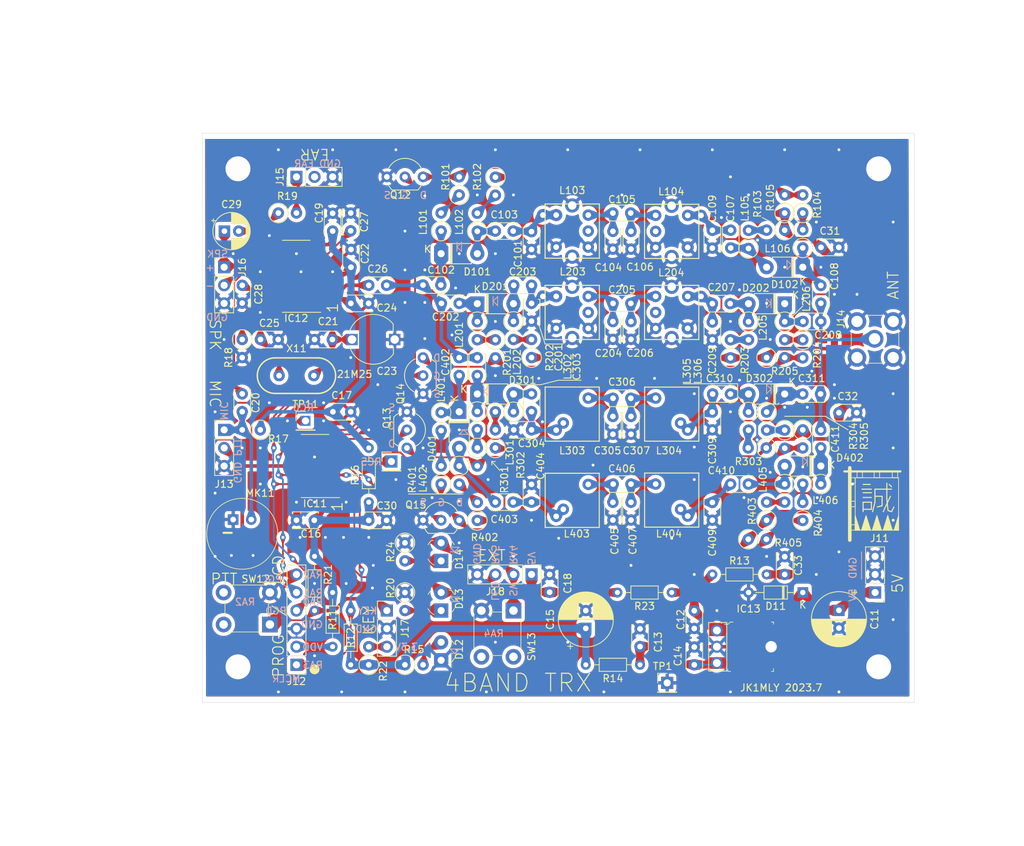
<source format=kicad_pcb>
(kicad_pcb (version 20221018) (generator pcbnew)
  (layers (0 "F.Cu" signal) (31 "B.Cu" signal) (34 "B.Paste" user) (35 "F.Paste" user) (36 "B.SilkS" user "B.Silkscreen") (37 "F.SilkS" user "F.Silkscreen") (38 "B.Mask" user) (39 "F.Mask" user) (44 "Edge.Cuts" user))
  (net 0 "")
  (net 1 "GND")
  (net 2 "Net-(L101-Pad2)")
  (net 3 "Net-(IC12-MIC)")
  (net 4 "+5V")
  (net 5 "+3V3")
  (net 6 "RFIO")
  (net 7 "Net-(J13-Pin_1)")
  (net 8 "Net-(D101-K)")
  (net 9 "Net-(D101-A)")
  (net 10 "RFANT")
  (net 11 "Net-(IC12-XI)")
  (net 12 "Net-(D102-A)")
  (net 13 "Net-(D102-K)")
  (net 14 "Net-(D201-K)")
  (net 15 "Net-(D201-A)")
  (net 16 "Net-(D202-A)")
  (net 17 "Net-(D202-K)")
  (net 18 "Net-(D301-K)")
  (net 19 "Net-(D301-A)")
  (net 20 "Net-(D302-A)")
  (net 21 "Net-(D302-K)")
  (net 22 "Net-(D401-K)")
  (net 23 "Net-(D401-A)")
  (net 24 "Net-(D402-A)")
  (net 25 "Net-(D402-K)")
  (net 26 "Net-(L201-Pad2)")
  (net 27 "Net-(IC12-XO)")
  (net 28 "Net-(L301-Pad2)")
  (net 29 "Net-(IC12-ANT)")
  (net 30 "Net-(L401-Pad2)")
  (net 31 "Net-(IC12-AUDC)")
  (net 32 "Net-(D12-A)")
  (net 33 "Net-(D13-K)")
  (net 34 "Net-(D13-A)")
  (net 35 "B28")
  (net 36 "B50")
  (net 37 "B144")
  (net 38 "B430")
  (net 39 "Net-(IC12-CDVDD)")
  (net 40 "Net-(IC12-EAROP)")
  (net 41 "Net-(C29-Pad2)")
  (net 42 "Net-(L103-S1)")
  (net 43 "Net-(L103-PR2)")
  (net 44 "Net-(L104-PR1)")
  (net 45 "Net-(L102-Pad2)")
  (net 46 "Net-(L104-S2)")
  (net 47 "Net-(L202-Pad2)")
  (net 48 "Net-(L203-S1)")
  (net 49 "Net-(L302-Pad2)")
  (net 50 "Net-(L203-PR2)")
  (net 51 "Net-(L402-Pad2)")
  (net 52 "Net-(L204-PR1)")
  (net 53 "Net-(L204-S2)")
  (net 54 "Net-(C305-Pad1)")
  (net 55 "Net-(IC11-PWM1{slash}CLC1{slash}CWG1A{slash}RC5)")
  (net 56 "/RF-IC/+5VIN")
  (net 57 "/RF-IC/+3.3V-TR")
  (net 58 "/RF-IC/+3.3V-REG")
  (net 59 "Net-(J15-Pin_1)")
  (net 61 "Net-(C306-Pad2)")
  (net 62 "Net-(C303-Pad2)")
  (net 63 "Net-(C309-Pad1)")
  (net 64 "Net-(C403-Pad2)")
  (net 65 "Net-(C405-Pad1)")
  (net 66 "Net-(C406-Pad2)")
  (net 67 "Net-(C409-Pad1)")
  (net 68 "Net-(D14-A)")
  (net 69 "Net-(IC11-RA3{slash}T1G{slash}CLC1IN0{slash}~{SS}{slash}~{MCLR}{slash}Vpp)")
  (net 70 "Net-(IC11-CLC2IN1{slash}CWG1B{slash}C2OUT{slash}RC4)")
  (net 71 "Net-(IC11-~{SS}{slash}PWM2{slash}CLCIN0{slash}C2IN3-{slash}C1IN3-{slash}AN7{slash}RC3)")
  (net 72 "Net-(IC11-SDO{slash}C2IN2-{slash}C1IN2-{slash}AN6{slash}RC2)")
  (net 73 "Net-(IC11-SDI{slash}SDA{slash}PWM4{slash}NCO1{slash}C2IN1-{slash}C1IN1-{slash}AN5{slash}RC1)")
  (net 74 "Net-(IC11-SCK{slash}SCL{slash}CLC2{slash}C2IN+{slash}AN4{slash}RC0)")
  (net 75 "Net-(IC11-RA2{slash}AN2{slash}DACOUT2{slash}C1OUT{slash}T0CKI{slash}~{CWG1FLT}{slash}CLC1{slash}PWM3{slash}INT)")
  (net 76 "Net-(IC11-RA1{slash}AN1{slash}Vref+{slash}C1IN0-{slash}C2IN0-{slash}ICSPCLK)")
  (net 77 "Net-(IC11-RA0{slash}AN0{slash}DACOUT1{slash}C1IN+{slash}ICSPDAT)")
  (net 78 "Net-(IC12-EARON)")
  (net 80 "Net-(IC12-SQ)")
  (net 83 "Net-(L105-Pad2)")
  (net 84 "Net-(L106-Pad2)")
  (net 87 "Net-(L205-Pad2)")
  (net 88 "Net-(L206-Pad2)")
  (net 89 "Net-(L305-Pad2)")
  (net 90 "Net-(L306-Pad2)")
  (net 91 "Net-(L405-Pad2)")
  (net 92 "Net-(L406-Pad2)")
  (net 93 "Net-(J17-Pin_3)")
  (net 94 "Net-(J18-Pin_1)")
  (net 95 "Net-(J12-Pin_2)")
  (net 96 "Net-(D14-K)")
  (footprint "Capacitor_THT:C_Disc_D3.4mm_W2.1mm_P2.50mm" (layer "F.Cu") (at 153.035 71.835 -90)
    (fp_text reference "C101")
    (fp_text value "NM")
  )
  (footprint "Capacitor_THT:C_Disc_D3.4mm_W2.1mm_P2.50mm" (layer "F.Cu") (at 137.795 79.335)
    (fp_text reference "C102")
    (fp_text value "4700p")
  )
  (footprint "Diode_THT:D_T-1_P5.08mm_Horizontal" (layer "F.Cu") (at 140.335 74.93)
    (fp_text reference "D101")
    (fp_text value "1SS277")
  )
  (footprint "Diode_THT:D_T-1_P5.08mm_Horizontal" (layer "F.Cu") (at 191.135 76.835 180)
    (fp_text reference "D102")
    (fp_text value "1SS277")
  )
  (footprint "Resistor_THT:R_Axial_DIN0207_L6.3mm_D2.5mm_P2.54mm_Vertical" (layer "F.Cu") (at 140.335 71.755 90)
    (fp_text reference "L101")
    (fp_text value "1u")
  )
  (footprint "Resistor_THT:R_Axial_DIN0207_L6.3mm_D2.5mm_P2.54mm_Vertical" (layer "F.Cu") (at 145.415 71.784 90)
    (fp_text reference "L102")
    (fp_text value "1u")
  )
  (footprint "usr-Library:coil_7mm" (layer "F.Cu") (at 172.72 71.795)
    (fp_text reference "L104")
    (fp_text value "7S25")
  )
  (footprint "Resistor_THT:R_Axial_DIN0207_L6.3mm_D2.5mm_P2.54mm_Vertical" (layer "F.Cu") (at 183.515 74.197 90)
    (fp_text reference "L105")
    (fp_text value "1u")
  )
  (footprint "Resistor_THT:R_Axial_DIN0207_L6.3mm_D2.5mm_P2.54mm_Vertical" (layer "F.Cu") (at 142.875 66.675 90)
    (fp_text reference "R101")
    (fp_text value "1k")
  )
  (footprint "Resistor_THT:R_Axial_DIN0207_L6.3mm_D2.5mm_P2.54mm_Vertical" (layer "F.Cu") (at 147.955 64.175 -90)
    (fp_text reference "R102")
    (fp_text value "1k")
  )
  (footprint "Resistor_THT:R_Axial_DIN0207_L6.3mm_D2.5mm_P2.54mm_Vertical" (layer "F.Cu") (at 188.595 71.628 180)
    (fp_text reference "R103")
    (fp_text value "1k")
  )
  (footprint "Resistor_THT:R_Axial_DIN0207_L6.3mm_D2.5mm_P2.54mm_Vertical" (layer "F.Cu") (at 191.135 69.215 90)
    (fp_text reference "R104")
    (fp_text value "1k")
  )
  (footprint "Capacitor_THT:C_Disc_D3.4mm_W2.1mm_P2.50mm" (layer "F.Cu") (at 168.275 130.155 90)
    (fp_text reference "C13")
    (fp_text value "0.1u")
  )
  (footprint "Capacitor_THT:C_Disc_D3.4mm_W2.1mm_P2.50mm" (layer "F.Cu") (at 175.895 132.715 90)
    (fp_text reference "C14")
    (fp_text value "0.1u")
  )
  (footprint "Capacitor_THT:CP_Radial_D7.5mm_P2.50mm" (layer "F.Cu") (at 160.655 127.595 90)
    (fp_text reference "C15")
    (fp_text value "470u")
  )
  (footprint "Capacitor_THT:C_Disc_D3.4mm_W2.1mm_P2.50mm" (layer "F.Cu") (at 120.015 112.395)
    (fp_text reference "C16")
    (fp_text value "0.1u")
  )
  (footprint "Capacitor_THT:C_Disc_D3.4mm_W2.1mm_P2.50mm" (layer "F.Cu") (at 125.135 97.155)
    (fp_text reference "C17")
    (fp_text value "1u")
  )
  (footprint "Capacitor_THT:C_Disc_D3.4mm_W2.1mm_P2.50mm" (layer "F.Cu") (at 127.675 74.335 -90)
    (fp_text reference "C22")
    (fp_text value "1u")
  )
  (footprint "usr-Library:C_TRIM_P6.00mm" (layer "F.Cu") (at 130.81 86.995)
    (fp_text reference "C23")
    (fp_text value "10p")
  )
  (footprint "Capacitor_THT:C_Disc_D3.4mm_W2.1mm_P2.50mm" (layer "F.Cu") (at 130.155 81.915 180)
    (fp_text reference "C24")
    (fp_text value "1u")
  )
  (footprint "Capacitor_THT:C_Disc_D3.4mm_W2.1mm_P2.50mm" (layer "F.Cu") (at 153.035 81.915 -90)
    (fp_text reference "C201")
    (fp_text value "NM")
  )
  (footprint "Capacitor_THT:C_Disc_D3.4mm_W2.1mm_P2.50mm" (layer "F.Cu") (at 140.375 81.915)
    (fp_text reference "C202")
    (fp_text value "2200p")
  )
  (footprint "Capacitor_THT:C_Disc_D3.4mm_W2.1mm_P2.50mm" (layer "F.Cu") (at 145.415 89.555 -90)
    (fp_text reference "C302" hide)
    (fp_text value "1000p")
  )
  (footprint "Capacitor_THT:C_Disc_D3.4mm_W2.1mm_P2.50mm" (layer "F.Cu") (at 142.875 89.555 -90)
    (fp_text reference "C402")
    (fp_text value "1000p")
  )
  (footprint "Capacitor_THT:C_Disc_D3.4mm_W2.1mm_P2.50mm" (layer "F.Cu") (at 153.035 109.855 90)
    (fp_text reference "C404")
    (fp_text value "10p")
  )
  (footprint "Diode_THT:D_DO-34_SOD68_P7.62mm_Horizontal" (layer "F.Cu") (at 191.14 122.555 180)
    (fp_text reference "D11")
    (fp_text value "1N4007")
  )
  (footprint "digikey-footprints:LED_3mm_Radial" (layer "F.Cu") (at 140.335 129.54 90)
    (fp_text reference "D12")
    (fp_text value "LED")
  )
  (footprint "digikey-footprints:LED_3mm_Radial" (layer "F.Cu") (at 140.336 122.555 90)
    (fp_text reference "D13")
    (fp_text value "LED")
  )
  (footprint "Diode_THT:D_T-1_P5.08mm_Horizontal" (layer "F.Cu") (at 145.415 81.955)
    (fp_text reference "D201")
    (fp_text value "1SS277")
  )
  (footprint "Diode_THT:D_T-1_P5.08mm_Horizontal" (layer "F.Cu") (at 188.595 81.955 180)
    (fp_text reference "D202")
    (fp_text value "1SS277")
  )
  (footprint "Diode_THT:D_T-1_P5.08mm_Horizontal" (layer "F.Cu") (at 145.415 94.655)
    (fp_text reference "D301")
    (fp_text value "1SS277")
  )
  (footprint "Diode_THT:D_T-1_P5.08mm_Horizontal" (layer "F.Cu") (at 142.875 97.155 -90)
    (fp_text reference "D401")
    (fp_text value "1SS277")
  )
  (footprint "Package_SO:SO-14_3.9x8.65mm_P1.27mm" (layer "F.Cu") (at 122.62 104.775 180)
    (fp_text reference "IC11")
    (fp_text value "PIC16F1503T-I/SL")
  )
  (footprint "Resistor_THT:R_Axial_DIN0207_L6.3mm_D2.5mm_P2.54mm_Vertical" (layer "F.Cu") (at 145.415 84.495 -90)
    (fp_text reference "L201")
    (fp_text value "1u")
  )
  (footprint "Resistor_THT:R_Axial_DIN0207_L6.3mm_D2.5mm_P2.54mm_Vertical" (layer "F.Cu") (at 150.495 84.455 -90)
    (fp_text reference "L202")
    (fp_text value "1u")
  )
  (footprint "Resistor_THT:R_Axial_DIN0207_L6.3mm_D2.5mm_P2.54mm_Vertical" (layer "F.Cu") (at 183.515 84.495 -90)
    (fp_text reference "L205")
    (fp_text value "1u")
  )
  (footprint "Resistor_THT:R_Axial_DIN0207_L6.3mm_D2.5mm_P2.54mm_Vertical" (layer "F.Cu") (at 188.595 84.495 -90)
    (fp_text reference "L206")
    (fp_text value "1u")
  )
  (footprint "Resistor_THT:R_Axial_DIN0207_L6.3mm_D2.5mm_P2.54mm_Vertical" (layer "F.Cu") (at 150.495 97.155 180)
    (fp_text reference "L302")
    (fp_text value "1u")
  )
  (footprint "Resistor_THT:R_Axial_DIN0207_L6.3mm_D2.5mm_P2.54mm_Vertical" (layer "F.Cu") (at 183.515 97.195 -90)
    (fp_text reference "L305")
    (fp_text value "1u")
  )
  (footprint "Resistor_THT:R_Axial_DIN0207_L6.3mm_D2.5mm_P2.54mm_Vertical" (layer "F.Cu") (at 140.335 97.253 -90)
    (fp_text reference "L401")
    (fp_text value "1u")
  )
  (footprint "Resistor_THT:R_Axial_DIN0207_L6.3mm_D2.5mm_P2.54mm_Vertical" (layer "F.Cu") (at 142.875 104.775 -90)
    (fp_text reference "L402")
    (fp_text value "1u")
  )
  (footprint "digikey-footprints:Mic_CMA-4544PF-W" (layer "F.Cu") (at 112.395 114.3 90)
    (fp_text reference "MK11")
    (fp_text value "Microphone")
  )
  (footprint "Resistor_THT:R_Axial_DIN0204_L3.6mm_D1.6mm_P7.62mm_Horizontal" (layer "F.Cu") (at 125.095 130.175 90)
    (fp_text reference "R11")
    (fp_text value "0")
  )
  (footprint "Resistor_THT:R_Axial_DIN0204_L3.6mm_D1.6mm_P7.62mm_Horizontal" (layer "F.Cu") (at 168.275 132.715 180)
    (fp_text reference "R14")
    (fp_text value "0")
  )
  (footprint "Resistor_THT:R_Axial_DIN0207_L6.3mm_D2.5mm_P2.54mm_Vertical" (layer "F.Cu") (at 147.955 87.035 -90)
    (fp_text reference "R201")
    (fp_text value "1k")
  )
  (footprint "Resistor_THT:R_Axial_DIN0207_L6.3mm_D2.5mm_P2.54mm_Vertical" (layer "F.Cu") (at 153.035 89.535 90)
    (fp_text reference "R202")
    (fp_text value "1k")
  )
  (footprint "Resistor_THT:R_Axial_DIN0207_L6.3mm_D2.5mm_P2.54mm_Vertical" (layer "F.Cu") (at 180.975 89.575 90)
    (fp_text reference "R203")
    (fp_text value "1k")
  )
  (footprint "Resistor_THT:R_Axial_DIN0207_L6.3mm_D2.5mm_P2.54mm_Vertical" (layer "F.Cu") (at 145.415 102.235 -90)
    (fp_text reference "R301")
    (fp_text value "1k")
  )
  (footprint "Resistor_THT:R_Axial_DIN0207_L6.3mm_D2.5mm_P2.54mm_Vertical" (layer "F.Cu") (at 186.0042 102.235 180)
    (fp_text reference "R303")
    (fp_text value "1k")
  )
  (footprint "Resistor_THT:R_Axial_DIN0207_L6.3mm_D2.5mm_P2.54mm_Vertical" (layer "F.Cu") (at 188.595 99.735 -90)
    (fp_text reference "R304")
    (fp_text value "1k")
  )
  (footprint "Resistor_THT:R_Axial_DIN0207_L6.3mm_D2.5mm_P2.54mm_Vertical" (layer "F.Cu") (at 140.335 107.315 90)
    (fp_text reference "R401")
    (fp_text value "1k")
  )
  (footprint "Resistor_THT:R_Axial_DIN0207_L6.3mm_D2.5mm_P2.54mm_Vertical" (layer "F.Cu") (at 145.415 112.424 90)
    (fp_text reference "R402")
    (fp_text value "1k")
  )
  (footprint "Resistor_THT:R_Axial_DIN0207_L6.3mm_D2.5mm_P2.54mm_Vertical" (layer "F.Cu") (at 186.055 112.395 90)
    (fp_text reference "R403")
    (fp_text value "1k")
  )
  (footprint "Resistor_THT:R_Axial_DIN0207_L6.3mm_D2.5mm_P2.54mm_Vertical" (layer "F.Cu") (at 191.135 112.435 90)
    (fp_text reference "R404")
    (fp_text value "1k")
  )
  (footprint "digikey-footprints:Switch_Tactile_THT_6x6mm" (layer "F.Cu") (at 116.28 127.055 180)
    (fp_text reference "SW12")
    (fp_text value "SW_Push")
  )
  (footprint "digikey-footprints:TO-252-3" (layer "F.Cu") (at 183.515 130.175)
    (fp_text reference "U12" hide)
    (fp_text value "NJM2391DL1-33")
  )
  (footprint "UserLib:HC49" (layer "F.Cu") (at 120.015 92.075 180)
    (fp_text reference "X11")
    (fp_text value "21.25M" hide)
  )
  (footprint "Capacitor_THT:C_Disc_D3.4mm_W2.1mm_P2.50mm" (layer "F.Cu") (at 175.895 125.115 -90)
    (fp_text reference "C12")
    (fp_text value "0.1u")
  )
  (footprint "Capacitor_THT:C_Disc_D3.4mm_W2.1mm_P2.50mm" (layer "F.Cu") (at 188.595 120.015 90)
    (fp_text reference "C33")
    (fp_text value "1u")
  )
  (footprint "Resistor_THT:R_Axial_DIN0204_L3.6mm_D1.6mm_P7.62mm_Horizontal" (layer "F.Cu") (at 127.635 132.715 90)
    (fp_text reference "R12")
    (fp_text value "1k")
  )
  (footprint "Resistor_THT:R_Axial_DIN0204_L3.6mm_D1.6mm_P7.62mm_Horizontal" (layer "F.Cu") (at 178.435 120.015)
    (fp_text reference "R13")
    (fp_text value "0")
  )
  (footprint "Resistor_THT:R_Axial_DIN0207_L6.3mm_D2.5mm_P2.54mm_Vertical" (layer "F.Cu") (at 145.415 97.126 -90)
    (fp_text reference "L301")
    (fp_text value "1u")
  )
  (footprint "Resistor_THT:R_Axial_DIN0207_L6.3mm_D2.5mm_P2.54mm_Vertical" (layer "F.Cu") (at 147.955 102.235 90)
    (fp_text reference "R302")
    (fp_text value "1k")
  )
  (footprint "Resistor_THT:R_Axial_DIN0207_L6.3mm_D2.5mm_P2.54mm_Vertical" (layer "F.Cu") (at 186.055 97.195 -90)
    (fp_text reference "L306")
    (fp_text value "1u")
  )
  (footprint "Diode_THT:D_T-1_P5.08mm_Horizontal" (layer "F.Cu") (at 188.595 94.655 180)
    (fp_text reference "D302")
    (fp_text value "1SS277")
  )
  (footprint "Capacitor_THT:C_Disc_D3.4mm_W2.1mm_P2.50mm" (layer "F.Cu") (at 114.955 86.995)
    (fp_text reference "C25")
    (fp_text value "27p")
  )
  (footprint "Connector_PinHeader_2.54mm:PinHeader_1x06_P2.54mm_Vertical" (layer "F.Cu") (at 120.015 132.715 180)
    (fp_text reference "J12")
    (fp_text value "Conn_01x06")
  )
  (footprint "Resistor_THT:R_Axial_DIN0207_L6.3mm_D2.5mm_P2.54mm_Vertical" (layer "F.Cu") (at 191.135 87.035 -90)
    (fp_text reference "R204")
    (fp_text value "1k")
  )
  (footprint "Resistor_THT:R_Axial_DIN0207_L6.3mm_D2.5mm_P2.54mm_Vertical" (layer "F.Cu") (at 135.255 132.715)
    (fp_text reference "R15")
    (fp_text value "1k")
  )
  (footprint "Connector_PinHeader_2.54mm:PinHeader_1x03_P2.54mm_Vertical" (layer "F.Cu") (at 109.855 99.695)
    (fp_text reference "J13")
    (fp_text value "Conn_01x03")
  )
  (footprint "digikey-footprints:RF_SMA_Vertical_5-1814832-1" (layer "F.Cu") (at 201.295 86.995 90)
    (fp_text reference "J14")
    (fp_text value "Conn_Coaxial")
  )
  (footprint "Connector_PinHeader_2.54mm:PinHeader_1x03_P2.54mm_Vertical" (layer "F.Cu") (at 120.015 64.135 90)
    (fp_text reference "J15")
    (fp_text value "Conn_01x03")
  )
  (footprint "Resistor_THT:R_Axial_DIN0204_L3.6mm_D1.6mm_P7.62mm_Horizontal" (layer "F.Cu") (at 130.175 109.855 90)
    (fp_text reference "R16")
    (fp_text value "0")
  )
  (footprint "Connector_PinHeader_2.54mm:PinHeader_1x03_P2.54mm_Vertical" (layer "F.Cu") (at 201.295 122.555 180)
    (fp_text reference "J11")
    (fp_text value "Conn_01x03")
  )
  (footprint "Capacitor_THT:C_Disc_D3.4mm_W2.1mm_P2.50mm" (layer "F.Cu") (at 125.055 86.995 180)
    (fp_text reference "C21")
    (fp_text value "22p")
  )
  (footprint "Capacitor_THT:C_Disc_D3.4mm_W2.1mm_P2.50mm" (layer "F.Cu") (at 130.175 79.375)
    (fp_text reference "C26")
    (fp_text value "0.01u")
  )
  (footprint "Capacitor_THT:C_Disc_D3.4mm_W2.1mm_P2.50mm" (layer "F.Cu") (at 112.395 79.375 -90)
    (fp_text reference "C28")
    (fp_text value "1u")
  )
  (footprint "digikey-footprints:Switch_Tactile_THT_6x6mm" (layer "F.Cu") (at 150.495 125.095 -90)
    (fp_text reference "SW13")
    (fp_text value "SW_Push")
  )
  (footprint "Package_TO_SOT_THT:TO-92_Inline_Wide" (layer "F.Cu") (at 137.795 112.395)
    (fp_text reference "Q15")
    (fp_text value "2N7000")
  )
  (footprint "Package_TO_SOT_THT:TO-92_Inline_Wide" (layer "F.Cu") (at 135.53 97.155 -90)
    (fp_text reference "Q13")
    (fp_text value "2N7000")
  )
  (footprint "Package_TO_SOT_THT:TO-92_Inline_Wide" (layer "F.Cu") (at 137.795 94.615 90)
    (fp_text reference "Q14")
    (fp_text value "2N7000")
  )
  (footprint "Resistor_THT:R_Axial_DIN0207_L6.3mm_D2.5mm_P2.54mm_Vertical" (layer "F.Cu") (at 117.475 69.215)
    (fp_text reference "R19")
    (fp_text value "10")
  )
  (footprint "Capacitor_THT:C_Disc_D3.4mm_W2.1mm_P2.50mm" (layer "F.Cu") (at 127.635 71.715 90)
    (fp_text reference "C27")
    (fp_text value "1u")
  )
  (footprint "Capacitor_THT:C_Disc_D3.0mm_W2.0mm_P2.50mm" (layer "F.Cu") (at 164.465 71.795 -90)
    (fp_text reference "C104")
    (fp_text value "33p")
  )
  (footprint "Package_TO_SOT_THT:TO-92_Inline_Wide" (layer "F.Cu") (at 132.715 64.135)
    (fp_text reference "Q12")
    (fp_text value "2N7000")
  )
  (footprint "Resistor_THT:R_Axial_DIN0207_L6.3mm_D2.5mm_P2.54mm_Vertical" (layer "F.Cu") (at 135.254 122.555 -90)
    (fp_text reference "R20")
    (fp_text value "1k")
  )
  (footprint "Resistor_THT:R_Axial_DIN0207_L6.3mm_D2.5mm_P2.54mm_Vertical" (layer "F.Cu") (at 112.395 86.995 -90)
    (fp_text reference "R18")
    (fp_text value "4.7k")
  )
  (footprint "Capacitor_THT:C_Disc_D3.4mm_W2.1mm_P2.50mm" (layer "F.Cu") (at 130.175 112.415)
    (fp_text reference "C30")
    (fp_text value "0.1u")
  )
  (footprint "Resistor_THT:R_Axial_DIN0207_L6.3mm_D2.5mm_P2.54mm_Vertical" (layer "F.Cu") (at 114.935 99.695 180)
    (fp_text reference "R17")
    (fp_text value "1k")
  )
  (footprint "Capacitor_THT:CP_Radial_D5.0mm_P2.00mm" (layer "F.Cu") (at 109.895 71.755)
    (fp_text reference "C29")
    (fp_text value "10u")
  )
  (footprint "Diode_THT:D_T-1_P5.08mm_Horizontal" (layer "F.Cu") (at 193.675 104.775 180)
    (fp_text reference "D402")
    (fp_text value "1SS277")
  )
  (footprint "Capacitor_THT:C_Disc_D3.4mm_W2.1mm_P2.50mm" (layer "F.Cu") (at 112.395 97.135 90)
    (fp_text reference "C20")
    (fp_text value "0.1u")
  )
  (footprint "Capacitor_THT:C_Disc_D3.4mm_W2.1mm_P2.50mm" (layer "F.Cu") (at 153.035 99.695 180)
    (fp_text reference "C304")
    (fp_text value "15p")
  )
  (footprint "Connector_PinHeader_2.54mm:PinHeader_1x03_P2.54mm_Vertical" (layer "F.Cu") (at 109.855 76.835)
    (fp_text reference "J16")
    (fp_text value "Conn_01x03")
  )
  (footprint "Resistor_THT:R_Axial_DIN0207_L6.3mm_D2.5mm_P2.54mm_Vertical" (layer "F.Cu") (at 186.055 89.535)
    (fp_text reference "R205")
    (fp_text value "1k")
  )
  (footprint "Capacitor_THT:C_Disc_D3.4mm_W2.1mm_P2.50mm" (layer "F.Cu") (at 196.215 97.282)
    (fp_text reference "C32")
    (fp_text value "0.1u")
  )
  (footprint "Capacitor_THT:C_Disc_D3.4mm_W2.1mm_P2.50mm" (layer "F.Cu") (at 150.535 79.375)
    (fp_text reference "C203")
    (fp_text value "2200p")
  )
  (footprint "Capacitor_THT:C_Disc_D3.4mm_W2.1mm_P2.50mm" (layer "F.Cu") (at 178.435 71.648 -90)
    (fp_text reference "C109")
    (fp_text value "NM")
  )
  (footprint "Capacitor_THT:C_Disc_D3.4mm_W2.1mm_P2.50mm" (layer "F.Cu") (at 167.005 112.375 90)
    (fp_text reference "C407")
    (fp_text value "22p")
  )
  (footprint "Resistor_THT:R_Axial_DIN0207_L6.3mm_D2.5mm_P2.54mm_Vertical" (layer "F.Cu") (at 135.255 115.57 -90)
    (fp_text reference "R24")
    (fp_text value "1k")
  )
  (footprint "Resistor_THT:R_Axial_DIN0207_L6.3mm_D2.5mm_P2.54mm_Vertical" (layer "F.Cu") (at 191.135 74.1208 90)
    (fp_text reference "L106")
    (fp_text value "1u")
  )
  (footprint "Capacitor_THT:C_Disc_D3.4mm_W2.1mm_P2.50mm" (layer "F.Cu") (at 193.695 74.041)
    (fp_text reference "C31")
    (fp_text value "0.1u")
  )
  (footprint "usr-Library:coil3_7mm" (layer "F.Cu") (at 172.72 109.565)
    (fp_text reference "L404")
    (fp_text value "50n")
  )
  (footprint "" (layer "F.Cu") (at 157.607 98.679)
    (fp_text reference "")
    (fp_text value "")
  )
  (footprint "Capacitor_THT:C_Disc_D3.4mm_W2.1mm_P2.50mm" (layer "F.Cu") (at 164.505 107.315)
    (fp_text reference "C406")
    (fp_text value "4p")
  )
  (footprint "Capacitor_THT:C_Disc_D3.4mm_W2.1mm_P2.50mm" (layer "F.Cu") (at 193.675 79.395 -90)
    (fp_text reference "C108")
    (fp_text value "4700p")
  )
  (footprint "Capacitor_THT:C_Disc_D3.0mm_W2.0mm_P2.50mm" (layer "F.Cu") (at 166.965 69.215 180)
    (fp_text reference "C105")
    (fp_text value "6p")
  )
  (footprint "Capacitor_THT:C_Disc_D3.4mm_W2.1mm_P2.50mm" (layer "F.Cu") (at 193.675 102.215 90)
    (fp_text reference "C411")
    (fp_text value "1000p")
  )
  (footprint "Capacitor_THT:C_Disc_D3.4mm_W2.1mm_P2.50mm" (layer "F.Cu") (at 178.475 94.655)
    (fp_text reference "C310")
    (fp_text value "1000p")
  )
  (footprint "usr-Library:coil3_7mm" (layer "F.Cu") (at 158.75 97.485 90)
    (fp_text reference "L303")
    (fp_text value "50n")
  )
  (footprint "Capacitor_THT:C_Disc_D3.4mm_W2.1mm_P2.50mm" (layer "F.Cu") (at 180.995 107.315)
    (fp_text reference "C410")
    (fp_text value "1000p")
  )
  (footprint "MountingHole:MountingHole_3.5mm_Pad" (layer "F.Cu") (at 111.8 133)
    (fp_text reference "TP3" hide)
    (fp_text value "M3")
  )
  (footprint "Connector_PinHeader_2.54mm:PinHeader_1x04_P2.54mm_Vertical" (layer "F.Cu") (at 153.035 120.015 -90)
    (fp_text reference "J18")
    (fp_text value "Conn_01x04")
  )
  (footprint "digikey-footprints:LED_3mm_Radial" (layer "F.Cu") (at 140.335 115.57 90)
    (fp_text reference "D14")
    (fp_text value "LED")
  )
  (footprint "MountingHole:MountingHole_3.5mm_Pad" (layer "F.Cu") (at 111.8 63)
    (fp_text reference "TP2" hide)
    (fp_text value "M3")
  )
  (footprint "Package_SO:SO-16_3.9x9.9mm_P1.27mm" (layer "F.Cu") (at 119.98 78.105 180)
    (fp_text reference "IC12")
    (fp_text value "BK4802P")
  )
  (footprint "usr-Library:coil3_7mm" (layer "F.Cu") (at 172.72 97.485)
    (fp_text reference "L304")
    (fp_text value "50n")
  )
  (footprint "" (layer "F.Cu") (at 173.863 110.744)
    (fp_text reference "")
    (fp_text value "")
  )
  (footprint "usr-Library:coil3_7mm" (layer "F.Cu") (at 158.75 109.605 90)
    (fp_text reference "L403")
    (fp_text value "50n")
  )
  (footprint "usr-Library:coil_7mm" (layer "F.Cu") (at 172.72 83.185)
    (fp_text reference "L204")
    (fp_text value "7S50")
  )
  (footprint "Capacitor_THT:C_Disc_D3.4mm_W2.1mm_P2.50mm" (layer "F.Cu") (at 153.035 94.635 -90)
    (fp_text reference "C303")
    (fp_text value "1000p")
  )
  (footprint "Connector_PinHeader_2.54mm:PinHeader_1x03_P2.54mm_Vertical" (layer "F.Cu") (at 132.715 125.095)
    (fp_text reference "J17")
    (fp_text value "Conn_01x03")
  )
  (footprint "Capacitor_THT:C_Disc_D3.4mm_W2.1mm_P2.50mm" (layer "F.Cu") (at 167.005 100.31 90)
    (fp_text reference "C307")
    (fp_text value "15p")
  )
  (footprint "Capacitor_THT:C_Disc_D3.0mm_W2.0mm_P2.50mm" (layer "F.Cu") (at 164.465 84.475 -90)
    (fp_text reference "C204")
    (fp_text value "15p")
  )
  (footprint "usr-Library:coil_7mm" (layer "F.Cu") (at 158.75 83.185 180)
    (fp_text reference "L203")
    (fp_text value "7S50")
  )
  (footprint "Capacitor_THT:C_Disc_D3.4mm_W2.1mm_P2.50mm" (layer "F.Cu") (at 178.435 97.195 -90)
    (fp_text reference "C309")
    (fp_text value "15p")
  )
  (footprint "Resistor_THT:R_Axial_DIN0207_L6.3mm_D2.5mm_P2.54mm_Vertical" (layer "F.Cu") (at 191.135 99.695 -90)
    (fp_text reference "R305")
    (fp_text value "1k")
  )
  (footprint "Resistor_THT:R_Axial_DIN0204_L3.6mm_D1.6mm_P7.62mm_Horizontal" (layer "F.Cu") (at 172.72 122.555 180)
    (fp_text reference "R23")
    (fp_text value "10")
  )
  (footprint "Capacitor_THT:C_Disc_D3.4mm_W2.1mm_P2.50mm" (layer "F.Cu") (at 147.955 71.755)
    (fp_text reference "C103")
    (fp_text value "2200p")
  )
  (footprint "Resistor_THT:R_Axial_DIN0207_L6.3mm_D2.5mm_P2.54mm_Vertical" (layer "F.Cu") (at 188.595 69.215 90)
    (fp_text reference "R105")
    (fp_text value "1k")
  )
  (footprint "Capacitor_THT:C_Disc_D3.4mm_W2.1mm_P2.50mm" (layer "F.Cu") (at 125.095 69.255 -90)
    (fp_text reference "C19")
    (fp_text value "1u")
  )
  (footprint "Capacitor_THT:C_Disc_D3.4mm_W2.1mm_P2.50mm" (layer "F.Cu") (at 191.135 94.655)
    (fp_text reference "C311")
    (fp_text value "1000p")
  )
  (footprint "" (layer "F.Cu") (at 173.863 98.806)
    (fp_text reference "")
    (fp_text value "")
  )
  (footprint "Capacitor_THT:C_Disc_D3.4mm_W2.1mm_P2.50mm" (layer "F.Cu") (at 164.465 97.81 -90)
    (fp_text reference "C305")
    (fp_text value "15p")
  )
  (footprint "" (layer "F.Cu") (at 157.607 110.744)
    (fp_text reference "")
    (fp_text value "")
  )
  (footprint "Connector_PinHeader_2.54mm:PinHeader_1x01_P2.54mm_Vertical" (layer "F.Cu") (at 172.085 135.255)
    (fp_text reference "TP1")
    (fp_text value "TestPoint")
  )
  (footprint "Capacitor_THT:C_Disc_D3.4mm_W2.1mm_P2.50mm" (layer "F.Cu") (at 178.435 81.955)
    (fp_text reference "C207")
    (fp_text value "2200p")
  )
  (footprint "Connector_PinHeader_2.54mm:PinHeader_1x01_P2.54mm_Vertical" (layer "F.Cu") (at 133.35 104.14)
    (fp_text reference "TP12" hide)
    (fp_text value "TestPoint")
  )
  (footprint "Capacitor_THT:C_Disc_D3.4mm_W2.1mm_P2.50mm" (layer "F.Cu") (at 164.465 109.875 -90)
    (fp_text reference "C405")
    (fp_text value "NM")
  )
  (footprint "Capacitor_THT:CP_Radial_D7.5mm_P2.50mm" (layer "F.Cu") (at 196.215 125.055707 -90)
    (fp_text reference "C11")
    (fp_text value "470u")
  )
  (footprint "Capacitor_THT:C_Disc_D3.4mm_W2.1mm_P2.50mm" (layer "F.Cu") (at 178.435 84.535 -90)
    (fp_text reference "C209")
    (fp_text value "NM")
  )
  (footprint "Capacitor_THT:C_Disc_D3.0mm_W2.0mm_P2.50mm" (layer "F.Cu") (at 166.985 81.915 180)
    (fp_text reference "C205")
    (fp_text value "2p")
  )
  (footprint "Capacitor_THT:C_Disc_D3.0mm_W2.0mm_P2.50mm" (layer "F.Cu") (at 167.005 84.475 -90)
    (fp_text reference "C206")
    (fp_text value "15p")
  )
  (footprint "" (layer "F.Cu") (at 154.305 69.215)
    (fp_text reference "")
    (fp_text value "")
  )
  (footprint "" (layer "F.Cu") (at 177.165 80.645)
    (fp_text reference "")
    (fp_text value "")
  )
  (footprint "Resistor_THT:R_Axial_DIN0207_L6.3mm_D2.5mm_P2.54mm_Vertical" (layer "F.Cu") (at 193.675 107.315 180)
    (fp_text reference "L406")
    (fp_text value "1u")
  )
  (footprint "MountingHole:MountingHole_3.5mm_Pad" (layer "F.Cu") (at 201.8 63)
    (fp_text reference "TP4" hide)
    (fp_text value "M3")
  )
  (footprint "Resistor_THT:R_Axial_DIN0207_L6.3mm_D2.5mm_P2.54mm_Vertical" (layer "F.Cu") (at 188.595 107.315 -90)
    (fp_text reference "L405")
    (fp_text value "1u")
  )
  (footprint "Resistor_THT:R_Axial_DIN0204_L3.6mm_D1.6mm_P7.62mm_Horizontal" (layer "F.Cu") (at 122.555 117.475 -90)
    (fp_text reference "R21")
    (fp_text value "10k")
  )
  (footprint "Connector_PinHeader_2.54mm:PinHeader_1x01_P2.54mm_Vertical" (layer "F.Cu") (at 121.285 98.425)
    (fp_text reference "TP11")
    (fp_text value "TestPoint")
  )
  (footprint "" (layer "F.Cu") (at 177.165 69.85)
    (fp_text reference "")
    (fp_text value "")
  )
  (footprint "" (layer "F.Cu") (at 154.63 80.645)
    (fp_text reference "")
    (fp_text value "")
  )
  (footprint "Capacitor_THT:C_Disc_D3.4mm_W2.1mm_P2.50mm" (layer "F.Cu") (at 178.435 109.895 -90)
    (fp_text reference "C409")
    (fp_text value "10p")
  )
  (footprint "Capacitor_THT:C_Disc_D3.4mm_W2.1mm_P2.50mm" (layer "F.Cu") (at 191.175 84.455)
    (fp_text reference "C208")
    (fp_text value "2200p")
  )
  (footprint "MountingHole:MountingHole_3.5mm_Pad" (layer "F.Cu") (at 201.8 133)
    (fp_text reference "TP5" hide)
    (fp_text value "M3")
  )
  (footprint "Capacitor_THT:C_Disc_D3.4mm_W2.1mm_P2.50mm" (layer "F.Cu") (at 155.575 122.515 90)
    (fp_text reference "C18")
    (fp_text value "0.1u")
  )
  (footprint "usr-Library:coil_7mm" (layer "F.Cu") (at 158.75 71.755 180)
    (fp_text reference "L103")
    (fp_text value "7S25")
  )
  (footprint "Package_TO_SOT_THT:TO-251-3_Vertical" (layer "F.Cu") (at 179.07 127.885 -90)
    (fp_text reference "IC13")
    (fp_text value "LM2940T-3.3")
  )
  (footprint "Capacitor_THT:C_Disc_D3.4mm_W2.1mm_P2.50mm" (layer "F.Cu") (at 147.955 109.855)
    (fp_text reference "C403")
    (fp_text value "1000p")
  )
  (footprint "Resistor_THT:R_Axial_DIN0207_L6.3mm_D2.5mm_P2.54mm_Vertical" (layer "F.Cu") (at 130.175 132.715 90)
    (fp_text reference "R22")
    (fp_text value "10")
  )
  (footprint "Capacitor_THT:C_Disc_D3.0mm_W2.0mm_P2.50mm" (layer "F.Cu") (at 167.005 71.795 -90)
    (fp_text reference "C106")
    (fp_text value "33p")
  )
  (footprint "Capacitor_THT:C_Disc_D3.4mm_W2.1mm_P2.50mm" (layer "F.Cu") (at 164.485 95.25)
    (fp_text reference "C306")
    (fp_text value "33p")
  )
  (footprint "Capacitor_THT:C_Disc_D3.4mm_W2.1mm_P2.50mm" (layer "F.Cu") (at 181.015 71.628 -90)
    (fp_text reference "C107")
    (fp_text value "2200p")
  )
  (footprint "Resistor_THT:R_Axial_DIN0207_L6.3mm_D2.5mm_P2.54mm_Vertical" (layer "F.Cu") (at 183.486 115.062)
    (fp_text reference "R405")
    (fp_text value "1k")
  )
  (gr_line (start 144.145 100.33) (end 142.875 100.33) (stroke (width 0.12)) (layer "B.SilkS"))
  (gr_line (start 142.24 131.1275) (end 141.605 130.4925) (stroke (width 0.12)) (layer "B.SilkS"))
  (gr_line (start 142.5575 73.3425) (end 142.5575 74.6125) (stroke (width 0.12)) (layer "B.SilkS"))
  (gr_line (start 191.77 104.775) (end 191.77 103.505) (stroke (width 0.12)) (layer "B.SilkS"))
  (gr_line (start 143.1925 74.6125) (end 142.5575 73.9775) (stroke (width 0.12)) (layer "B.SilkS"))
  (gr_line (start 148.2725 82.2325) (end 147.6375 81.5975) (stroke (width 0.12)) (layer "B.SilkS"))
  (gr_line (start 186.69 82.55) (end 186.69 81.28) (stroke (width 0.12)) (layer "B.SilkS"))
  (gr_line (start 186.055 94.615) (end 186.055 93.345) (stroke (width 0.12)) (layer "B.SilkS"))
  (gr_line (start 186.69 93.98) (end 186.055 94.615) (stroke (width 0.12)) (layer "B.SilkS"))
  (gr_line (start 141.605 123.19) (end 142.875 123.19) (stroke (width 0.12)) (layer "B.SilkS"))
  (gr_line (start 199.39 116.84) (end 199.39 120.65) (stroke (width 0.12)) (layer "B.SilkS"))
  (gr_line (start 141.605 131.1275) (end 142.875 131.1275) (stroke (width 0.12)) (layer "B.SilkS"))
  (gr_line (start 142.5575 73.9775) (end 143.1925 73.3425) (stroke (width 0.12)) (layer "B.SilkS"))
  (gr_line (start 143.1925 73.3425) (end 143.1925 74.6125) (stroke (width 0.12)) (layer "B.SilkS"))
  (gr_line (start 144.145 99.695) (end 142.875 99.695) (stroke (width 0.12)) (layer "B.SilkS"))
  (gr_line (start 141.605 130.4925) (end 142.875 130.4925) (stroke (width 0.12)) (layer "B.SilkS"))
  (gr_line (start 189.5475 76.5175) (end 188.9125 77.1525) (stroke (width 0.12)) (layer "B.SilkS"))
  (gr_line (start 186.69 81.915) (end 186.055 82.55) (stroke (width 0.12)) (layer "B.SilkS"))
  (gr_line (start 142.24 116.84) (end 141.605 116.205) (stroke (width 0.12)) (layer "B.SilkS"))
  (gr_line (start 186.055 81.28) (end 186.69 81.915) (stroke (width 0.12)) (layer "B.SilkS"))
  (gr_line (start 142.24 123.825) (end 141.605 123.19) (stroke (width 0.12)) (layer "B.SilkS"))
  (gr_line (start 146.3675 93.6625) (end 146.3675 94.9325) (stroke (width 0.12)) (layer "B.SilkS"))
  (gr_line (start 191.135 104.775) (end 191.135 103.505) (stroke (width 0.12)) (layer "B.SilkS"))
  (gr_line (start 141.605 116.205) (end 142.875 116.205) (stroke (width 0.12)) (layer "B.SilkS"))
  (gr_line (start 142.875 123.19) (end 142.24 123.825) (stroke (width 0.12)) (layer "B.SilkS"))
  (gr_line (start 141.605 123.825) (end 142.875 123.825) (stroke (width 0.12)) (layer "B.SilkS"))
  (gr_line (start 186.69 94.615) (end 186.69 93.345) (stroke (width 0.12)) (layer "B.SilkS"))
  (gr_line (start 147.6375 80.9625) (end 147.6375 82.2325) (stroke (width 0.12)) (layer "B.SilkS"))
  (gr_line (start 118.11 121.285) (end 118.745 121.92) (stroke (width 0.12)) (layer "B.SilkS"))
  (gr_line (start 143.51 99.695) (end 144.145 100.33) (stroke (width 0.12)) (layer "B.SilkS"))
  (gr_line (start 147.0025 93.6625) (end 147.0025 94.9325) (stroke (width 0.12)) (layer "B.SilkS"))
  (gr_line (start 188.9125 77.1525) (end 188.9125 75.8825) (stroke (width 0.12)) (layer "B.SilkS"))
  (gr_line (start 191.77 104.14) (end 191.135 104.775) (stroke (width 0.12)) (layer "B.SilkS"))
  (gr_line (start 188.9125 75.8825) (end 189.5475 76.5175) (stroke (width 0.12)) (layer "B.SilkS"))
  (gr_line (start 147.0025 94.9325) (end 146.3675 94.2975) (stroke (width 0.12)) (layer "B.SilkS"))
  (gr_line (start 141.605 116.84) (end 142.875 116.84) (stroke (width 0.12)) (layer "B.SilkS"))
  (gr_line (start 186.055 82.55) (end 186.055 81.28) (stroke (width 0.12)) (layer "B.SilkS"))
  (gr_line (start 147.6375 81.5975) (end 148.2725 80.9625) (stroke (width 0.12)) (layer "B.SilkS"))
  (gr_line (start 142.875 130.4925) (end 142.24 131.1275) (stroke (width 0.12)) (layer "B.SilkS"))
  (gr_line (start 191.135 103.505) (end 191.77 104.14) (stroke (width 0.12)) (layer "B.SilkS"))
  (gr_line (start 142.875 100.33) (end 143.51 99.695) (stroke (width 0.12)) (layer "B.SilkS"))
  (gr_line (start 148.2725 80.9625) (end 148.2725 82.2325) (stroke (width 0.12)) (layer "B.SilkS"))
  (gr_line (start 146.3675 94.2975) (end 147.0025 93.6625) (stroke (width 0.12)) (layer "B.SilkS"))
  (gr_line (start 189.5475 77.1525) (end 189.5475 75.8825) (stroke (width 0.12)) (layer "B.SilkS"))
  (gr_line (start 186.055 93.345) (end 186.69 93.98) (stroke (width 0.12)) (layer "B.SilkS"))
  (gr_line (start 142.875 116.205) (end 142.24 116.84) (stroke (width 0.12)) (layer "B.SilkS"))
  (gr_circle (center 122.555 133.35) (end 123.19 133.35) (stroke (width 0.12)) (fill solid) (layer "F.SilkS"))
  (gr_line (start 183.007 96.012) (end 181.991 94.996) (stroke (width 0.12)) (layer "F.SilkS"))
  (gr_line (start 156.845 92.71) (end 160.02 92.71) (stroke (width 0.12)) (layer "F.SilkS"))
  (gr_line (start 147.447 104.14) (end 147.955 104.14) (stroke (width 0.12)) (layer "F.SilkS"))
  (gr_rect (start 201.168 105.537) (end 201.93 106.426) (stroke (width 0.1)) (fill none) (layer "F.SilkS"))
  (gr_line (start 154.0825 84.985) (end 154.94 87.63) (stroke (width 0.12)) (layer "F.SilkS"))
  (gr_rect (start 197.612 106.426) (end 198.501 107.188) (stroke (width 0.1)) (fill none) (layer "F.SilkS"))
  (gr_line (start 188.595 97.79) (end 194.31 97.79) (stroke (width 0.12)) (layer "F.SilkS"))
  (gr_line (start 194.31 97.79) (end 197.485 99.695) (stroke (width 0.12)) (layer "F.SilkS"))
  (gr_poly (pts (xy 203.073 113.792) (xy 203.708 113.792) (xy 203.073 111.76)) (stroke (width 0.12)) (fill solid) (layer "F.SilkS"))
  (gr_line (start 151.13 93.345) (end 154.305 93.345) (stroke (width 0.12)) (layer "F.SilkS"))
  (gr_poly (pts (xy 200.025 113.792) (xy 200.66 113.792) (xy 200.025 111.76)) (stroke (width 0.12)) (fill solid) (layer "F.SilkS"))
  (gr_poly (pts (xy 201.549 113.792) (xy 202.184 113.792) (xy 201.549 111.76)) (stroke (width 0.12)) (fill solid) (layer "F.SilkS"))
  (gr_poly (pts (xy 200.025 113.792) (xy 199.39 113.792) (xy 200.025 111.76)) (stroke (width 0.12)) (fill solid) (layer "F.SilkS"))
  (gr_rect (start 203.708 105.537) (end 204.47 106.426) (stroke (width 0.1)) (fill none) (layer "F.SilkS"))
  (gr_line (start 147.447 104.14) (end 148.59 105.41) (stroke (width 0.12)) (layer "F.SilkS"))
  (gr_poly (pts (xy 198.501 113.792) (xy 199.136 113.792) (xy 198.501 111.76)) (stroke (width 0.12)) (fill solid) (layer "F.SilkS"))
  (gr_poly (pts (xy 201.549 113.792) (xy 200.914 113.792) (xy 201.549 111.76)) (stroke (width 0.12)) (fill solid) (layer "F.SilkS"))
  (gr_line (start 154.94 87.63) (end 157.48 87.63) (stroke (width 0.12)) (layer "F.SilkS"))
  (gr_rect (start 198.755 105.537) (end 199.517 106.426) (stroke (width 0.1)) (fill none) (layer "F.SilkS"))
  (gr_poly (pts (xy 203.073 113.792) (xy 202.438 113.792) (xy 203.073 111.76)) (stroke (width 0.12)) (fill solid) (layer "F.SilkS"))
  (gr_rect (start 197.612 113.03) (end 198.501 113.792) (stroke (width 0.1)) (fill none) (layer "F.SilkS"))
  (gr_line (start 154.305 93.345) (end 156.845 92.71) (stroke (width 0.12)) (layer "F.SilkS"))
  (gr_line (start 181.991 93.218) (end 174.371 93.218) (stroke (width 0.12)) (layer "F.SilkS"))
  (gr_rect (start 198.501 106.426) (end 204.597 113.792) (stroke (width 0.1)) (fill none) (layer "F.SilkS"))
  (gr_line (start 191.135 82.296) (end 189.611 83.82) (stroke (width 0.12)) (layer "F.SilkS"))
  (gr_rect (start 197.612 109.728) (end 198.501 110.49) (stroke (width 0.1)) (fill none) (layer "F.SilkS"))
  (gr_line (start 197.739 115.189) (end 197.739 105.029) (stroke (width 0.5)) (layer "F.SilkS"))
  (gr_line (start 181.991 94.996) (end 181.991 93.218) (stroke (width 0.12)) (layer "F.SilkS"))
  (gr_line (start 196.977 105.537) (end 204.851 105.537) (stroke (width 0.3)) (layer "F.SilkS"))
  (gr_poly (pts (xy 204.597 113.792) (xy 203.962 113.792) (xy 204.597 111.76)) (stroke (width 0.12)) (fill solid) (layer "F.SilkS"))
  (gr_line (start 185.42 69.85) (end 186.69 70.485) (stroke (width 0.12)) (layer "F.SilkS"))
  (gr_line (start 135.763 108.712) (end 143.383 108.712) (stroke (width 0.12)) (layer "F.SilkS"))
  (gr_line (start 147.447 104.14) (end 147.447 104.648) (stroke (width 0.12)) (layer "F.SilkS"))
  (gr_line (start 106.8 58) (end 206.8 58) (stroke (width 0.05)) (layer "Edge.Cuts"))
  (gr_line (start 106.8 138) (end 106.8 58) (stroke (width 0.05)) (layer "Edge.Cuts"))
  (gr_line (start 206.8 138) (end 106.8 138) (stroke (width 0.05)) (layer "Edge.Cuts"))
  (gr_line (start 206.8 58) (end 206.8 138) (stroke (width 0.05)) (layer "Edge.Cuts"))
  (gr_text "RA3" (at 123.825 133.35) (layer "B.SilkS") (effects (font (size 1 1)) (justify left bottom mirror)))
  (gr_text "GND" (at 144.78 118.745 -90) (layer "B.SilkS") (effects (font (size 1 1)) (justify left bottom mirror)))
  (gr_text "5V" (at 152.4 118.745 -90) (layer "B.SilkS") (effects (font (size 1 1)) (justify left bottom mirror)))
  (gr_text "VDD" (at 123.825 130.81) (layer "B.SilkS") (effects (font (size 1 1)) (justify left bottom mirror)))
  (gr_text "PGC" (at 118.11 121.285) (layer "B.SilkS") (effects (font (size 1 1)) (justify left bottom mirror)))
  (gr_text "SW" (at 149.86 123.19 270) (layer "B.SilkS") (effects (font (size 1 1)) (justify left bottom mirror)))
  (gr_text "GND" (at 110.49 84.455) (layer "B.SilkS") (effects (font (size 1 1)) (justify left bottom mirror)))
  (gr_text "RA0" (at 123.825 124.46) (layer "B.SilkS") (effects (font (size 1 1)) (justify left bottom mirror)))
  (gr_text "5V" (at 198.755 121.92 90) (layer "B.SilkS") (effects (font (size 1 1)) (justify left bottom mirror)))
  (gr_text "RA4" (at 149.86 118.745 270) (layer "B.SilkS") (effects (font (size 1 1)) (justify left bottom mirror)))
  (gr_text "D" (at 143.51 110.49) (layer "B.SilkS") (effects (font (size 1 1)) (justify left bottom mirror)))
  (gr_text "S" (at 140.335 95.25) (layer "B.SilkS") (effects (font (size 1 1)) (justify left bottom mirror)))
  (gr_text "S" (at 133.35 67.31) (layer "B.SilkS") (effects (font (size 1 1)) (justify left bottom mirror)))
  (gr_text "G" (at 135.89 67.31) (layer "B.SilkS") (effects (font (size 1 1)) (justify left bottom mirror)))
  (gr_text "3.3V" (at 137.16 130.81) (layer "B.SilkS") (effects (font (size 1 1)) (justify left bottom mirror)))
  (gr_text "KEY" (at 131.445 125.73) (layer "B.SilkS") (effects (font (size 1 1)) (justify left bottom mirror)))
  (gr_text "PGD" (at 118.745 125.73) (layer "B.SilkS") (effects (font (size 1 1)) (justify left bottom mirror)))
  (gr_text "GND" (at 198.755 117.475 90) (layer "B.SilkS") (effects (font (size 1 1)) (justify left bottom mirror)))
  (gr_text "G" (at 133.985 99.695) (layer "B.SilkS") (effects (font (size 1 1)) (justify left bottom mirror)))
  (gr_text "RC0" (at 122.555 97.155) (layer "B.SilkS") (effects (font (size 1 1)) (justify left bottom mirror)))
  (gr_text "SPK" (at 110.49 75.565) (layer "B.SilkS") (effects (font (size 1 1)) (justify left bottom mirror)))
  (gr_text "MCLR" (at 120.65 135.255) (layer "B.SilkS") (effects (font (size 1 1)) (justify left bottom mirror)))
  (gr_text "PTT" (at 111.125 103.505 -90) (layer "B.SilkS") (effects (font (size 1 1)) (justify left bottom mirror)))
  (gr_text "D" (at 138.43 67.31) (layer "B.SilkS") (effects (font (size 1 1)) (justify left bottom mirror)))
  (gr_text "D" (at 133.985 102.235) (layer "B.SilkS") (effects (font (size 1 1)) (justify left bottom mirror)))
  (gr_text "LED" (at 147.32 123.825 -90) (layer "B.SilkS") (effects (font (size 1 1)) (justify left bottom mirror)))
  (gr_text "RC5" (at 132.08 104.775) (layer "B.SilkS") (effects (font (size 1 1)) (justify left bottom mirror)))
  (gr_text "RA2" (at 123.825 120.65) (layer "B.SilkS") (effects (font (size 1 1)) (justify left bottom mirror)))
  (gr_text "GND" (at 111.125 107.315 -90) (layer "B.SilkS") (effects (font (size 1 1)) (justify left bottom mirror)))
  (gr_text "RA5" (at 147.32 118.745 270) (layer "B.SilkS") (effects (font (size 1 1)) (justify left bottom mirror)))
  (gr_text "D" (at 140.335 90.17) (layer "B.SilkS") (effects (font (size 1 1)) (justify left bottom mirror)))
  (gr_text "G" (at 140.97 110.49) (layer "B.SilkS") (effects (font (size 1 1)) (justify left bottom mirror)))
  (gr_text "EAR" (at 122.555 62.865) (layer "B.SilkS") (effects (font (size 1 1)) (justify left bottom mirror)))
  (gr_text "RA4" (at 149.225 128.905) (layer "B.SilkS") (effects (font (size 1 1)) (justify left bottom mirror)))
  (gr_text "RA1" (at 123.825 123.19) (layer "B.SilkS") (effects (font (size 1 1)) (justify left bottom mirror)))
  (gr_text "S" (at 138.43 110.49) (layer "B.SilkS") (effects (font (size 1 1)) (justify left bottom mirror)))
  (gr_text "GND" (at 126.365 62.865) (layer "B.SilkS") (effects (font (size 1 1)) (justify left bottom mirror)))
  (gr_text "-" (at 108.585 80.01) (layer "B.SilkS") (effects (font (size 1 1)) (justify left bottom mirror)))
  (gr_text "S" (at 133.985 97.155) (layer "B.SilkS") (effects (font (size 1 1)) (justify left bottom mirror)))
  (gr_text "RA2" (at 114.3 124.46) (layer "B.SilkS") (effects (font (size 1 1)) (justify left bottom mirror)))
  (gr_text "+" (at 108.585 77.47) (layer "B.SilkS") (effects (font (size 1 1)) (justify left bottom mirror)))
  (gr_text "GND" (at 123.825 127.635) (layer "B.SilkS") (effects (font (size 1 1)) (justify left bottom mirror)))
  (gr_text "GND" (at 131.445 128.27) (layer "B.SilkS") (effects (font (size 1 1)) (justify left bottom mirror)))
  (gr_text "G" (at 140.335 92.71) (layer "B.SilkS") (effects (font (size 1 1)) (justify left bottom mirror)))
  (gr_text "MIC" (at 109.22 98.425 -90) (layer "B.SilkS") (effects (font (size 1 1)) (justify left bottom mirror)))
  (gr_text "誠" (at 199.009 111.633) (layer "F.SilkS") (effects (font (size 3.5 3.5)) (justify left bottom)))
  (gr_text "MIC" (at 108.585 94.615 -90) (layer "F.SilkS") (effects (font (size 1.5 1.5))))
  (gr_text "EXT" (at 147.447 117.348) (layer "F.SilkS") (effects (font (size 1.5 1.5))))
  (gr_text "1" (at 125.73 110.49 90) (layer "F.SilkS") (effects (font (size 1.5 1.5))))
  (gr_text "-" (at 109.22 114.935) (layer "F.SilkS") (effects (font (size 1.5 1.5) (thickness 0.3) bold) (justify left bottom)))
  (gr_text "SPK" (at 108.585 86.36 -90) (layer "F.SilkS") (effects (font (size 1.5 1.5))))
  (gr_text "ANT" (at 203.835 79.375 90) (layer "F.SilkS") (effects (font (size 1.5 1.5))))
  (gr_text "1" (at 125.095 82.55 90) (layer "F.SilkS") (effects (font (size 1.5 1.5))))
  (gr_text "KEY" (at 130.175 126.492 90) (layer "F.SilkS") (effects (font (size 1.5 1.5))))
  (gr_text "LCD" (at 117.475 119.38 90) (layer "F.SilkS") (effects (font (size 1.5 1.5))))
  (gr_text "5V" (at 204.47 121.285 90) (layer "F.SilkS") (effects (font (size 1.5 1.5))))
  (gr_text "4BAND TRX" (at 151.13 135.255) (layer "F.SilkS") (effects (font (size 2.5 2.5))))
  (gr_text "PTT" (at 109.855 120.65) (layer "F.SilkS") (effects (font (size 1.5 1.5))))
  (gr_text "/" (at 117.475 125.095 90) (layer "F.SilkS") (effects (font (size 1.5 1.5))))
  (gr_text "21M25" (at 125.603 92.456) (layer "F.SilkS") (effects (font (size 1 1)) (justify left bottom)))
  (gr_text "EAR" (at 122.555 60.96 180) (layer "F.SilkS") (effects (font (size 1.5 1.5))))
  (gr_text "PROG" (at 117.475 131.445 90) (layer "F.SilkS") (effects (font (size 1.5 1.5))))
  (gr_text "JK1MLY 2023.7" (at 182.245 136.525) (layer "F.SilkS") (effects (font (size 1 1)) (justify left bottom)))
  (segment (start 150.535 99.695) (end 149.265 100.965) (width 0.25) (layer "F.Cu") (net 1))
  (segment (start 182.245 80.01) (end 179.705 80.01) (width 0.25) (layer "F.Cu") (net 1))
  (segment (start 188.595 75.681) (end 188.595 76.835) (width 0.25) (layer "F.Cu") (net 1))
  (segment (start 120.015 109.855) (end 120.055 109.815) (width 1) (layer "F.Cu") (net 1))
  (segment (start 154.686 71.628) (end 151.765 68.707) (width 0.25) (layer "F.Cu") (net 1))
  (segment (start 146.304 93.218) (end 147.447 92.075) (width 0.25) (layer "F.Cu") (net 1))
  (segment (start 151.765 67.945) (end 150.495 66.675) (width 0.25) (layer "F.Cu") (net 1))
  (segment (start 177.26 95.98) (end 179.8 95.98) (width 0.25) (layer "F.Cu") (net 1))
  (segment (start 108.585 97.155) (end 109.855 95.885) (width 0.25) (layer "F.Cu") (net 1))
  (segment (start 182.88 109.22) (end 184.277 109.22) (width 0.25) (layer "F.Cu") (net 1))
  (segment (start 146.685 100.965) (end 144.145 100.965) (width 0.25) (layer "F.Cu") (net 1))
  (segment (start 113.665 98.425) (end 113.665 100.965) (width 0.25) (layer "F.Cu") (net 1))
  (segment (start 120.145 108.585) (end 116.205 108.585) (width 0.5) (layer "F.Cu") (net 1))
  (segment (start 147.955 84.455) (end 146.685 85.725) (width 0.25) (layer "F.Cu") (net 1))
  (segment (start 147.066 111.379) (end 149.225 111.379) (width 0.25) (layer "F.Cu") (net 1))
  (segment (start 182.19 92.765) (end 182.19 95.94) (width 0.25) (layer "F.Cu") (net 1))
  (segment (start 152.019 111.379) (end 153.035 112.395) (width 0.25) (layer "F.Cu") (net 1))
  (segment (start 192.405 83.312) (end 192.405 85.725) (width 0.25) (layer "F.Cu") (net 1))
  (segment (start 153.035 84.415) (end 151.9 83.28) (width 0.25) (layer "F.Cu") (net 1))
  (segment (start 191.135 105.156) (end 191.135 104.902) (width 0.25) (layer "F.Cu") (net 1))
  (segment (start 121.285 128.905) (end 115.895 128.905) (width 0.25) (layer "F.Cu") (net 1))
  (segment (start 182.245 92.71) (end 182.19 92.765) (width 0.25) (layer "F.Cu") (net 1))
  (segment (start 192.405 106.426) (end 191.135 105.156) (width 0.25) (layer "F.Cu") (net 1))
  (segment (start 177.419 129.139) (end 175.895 127.615) (width 0.25) (layer "F.Cu") (net 1))
  (segment (start 120.015 127.635) (end 120.015 128.905) (width 0.25) (layer "F.Cu") (net 1))
  (segment (start 144.2212 106.0704) (end 144.4752 106.3244) (width 0.25) (layer "F.Cu") (net 1))
  (segment (start 120.055 112.395) (end 120.055 109.895) (width 1) (layer "F.Cu") (net 1))
  (segment (start 185.293 108.204) (end 186.69 108.204) (width 0.25) (layer "F.Cu") (net 1))
  (segment (start 192.532 83.185) (end 192.405 83.312) (width 0.25) (layer "F.Cu") (net 1))
  (segment (start 146.685 96.012) (end 146.685 100.965) (width 0.25) (layer "F.Cu") (net 1))
  (segment (start 120.145 108.585) (end 122.555 108.585) (width 0.5) (layer "F.Cu") (net 1))
  (segment (start 179.07 130.175) (end 186.605 130.175) (width 0.5) (layer "F.Cu") (net 1))
  (segment (start 144.272 111.125) (end 146.812 111.125) (width 0.25) (layer "F.Cu") (net 1))
  (segment (start 195.58 80.645) (end 191.77 80.645) (width 0.25) (layer "F.Cu") (net 1))
  (segment (start 147.955 94.742) (end 146.685 96.012) (width 0.25) (layer "F.Cu") (net 1))
  (segment (start 142.875 109.728) (end 144.272 111.125) (width 0.25) (layer "F.Cu") (net 1))
  (segment (start 156.5 73.95) (end 154.686 72.136) (width 0.25) (layer "F.Cu") (net 1))
  (segment (start 179.705 72.878) (end 178.435 74.148) (width 0.25) (layer "F.Cu") (net 1))
  (segment (start 177.419 130.175) (end 177.419 129.139) (width 0.25) (layer "F.Cu") (net 1))
  (segment (start 146.5834 106.3244) (end 146.939 106.68) (width 0.25) (layer "F.Cu") (net 1))
  (segment (start 187.325 85.725) (end 186.563 86.487) (width 0.25) (layer "F.Cu") (net 1))
  (segment (start 187.071 98.425) (end 188.595 96.901) (width 0.25) (layer "F.Cu") (net 1))
  (segment (start 187.071 106.172) (end 186.563 105.664) (width 0.25) (layer "F.Cu") (net 1))
  (segment (start 146.685 85.725) (end 142.494 85.725) (width 0.25) (layer "F.Cu") (net 1))
  (segment (start 179.8 95.98) (end 180.975 97.155) (width 0.25) (layer "F.Cu") (net 1))
  (segment (start 189.865 106.172) (end 187.071 106.172) (width 0.25) (layer "F.Cu") (net 1))
  (segment (start 176.022 102.235) (end 175.895 102.108) (width 0.25) (layer "F.Cu") (net 1))
  (segment (start 182.245 98.425) (end 187.071 98.425) (width 0.25) (layer "F.Cu") (net 1))
  (segment (start 192.786 75.311) (end 188.965 75.311) (width 0.25) (layer "F.Cu") (net 1))
  (segment (start 146.939 106.68) (end 147.574 106.68) (width 0.25) (layer "F.Cu") (net 1))
  (segment (start 144.145 100.965) (end 142.875 99.695) (width 0.25) (layer "F.Cu") (net 1))
  (segment (start 151.765 73.065) (end 151.765 68.707) (width 0.25) (layer "F.Cu") (net 1))
  (segment (start 149.225 108.331) (end 149.225 111.379) (width 0.25) (layer "F.Cu") (net 1))
  (segment (start 149.265 100.965) (end 146.685 100.965) (width 0.25) (layer "F.Cu") (net 1))
  (segment (start 181.61 69.85) (end 182.245 70.485) (width 0.25) (layer "F.Cu") (net 1))
  (segment (start 179.705 83.185) (end 180.975 84.455) (width 0.25) (layer "F.Cu") (net 1))
  (segment (start 142.494 85.725) (end 141.859 86.36) (width 0.25) (layer "F.Cu") (net 1))
  (segment (start 184.638 72.878) (end 179.705 72.878) (width 0.25) (layer "F.Cu") (net 1))
  (segment (start 187.071 108.585) (end 192.532 108.585) (width 0.25) (layer "F.Cu") (net 1))
  (segment (start 147.955 92.075) (end 147.955 94.742) (width 0.25) (layer "F.Cu") (net 1))
  (segment (start 120.055 109.815) (end 120.055 108.879) (width 1) (layer "F.Cu") (net 1))
  (segment (start 179.705 80.01) (end 179.705 83.185) (width 0.25) (layer "F.Cu") (net 1))
  (segment (start 186.69 108.204) (end 187.071 108.585) (width 0.25) (layer "F.Cu") (net 1))
  (segment (start 182.19 95.94) (end 180.975 97.155) (width 0.25) (layer "F.Cu") (net 1))
  (segment (start 192.405 85.725) (end 187.325 85.725) (width 0.25) (layer "F.Cu") (net 1))
  (segment (start 115.895 128.905) (end 111.8 133) (width 0.25) (layer "F.Cu") (net 1))
  (segment (start 122.555 108.585) (end 122.555 109.855) (width 0.5) (layer "F.Cu") (net 1))
  (segment (start 188.965 75.311) (end 188.595 75.681) (width 0.25) (layer "F.Cu") (net 1))
  (segment (start 113.665 100.965) (end 114.935 102.235) (width 0.25) (layer "F.Cu") (net 1))
  (segment (start 120.055 109.895) (end 120.015 109.855) (width 1) (layer "F.Cu") (net 1))
  (segment (start 107.95 97.79) (end 107.95 100.965) (width 0.25) (layer "F.Cu") (net 1))
  (segment (start 109.855 95.885) (end 116.205 95.885) (width 0.25) (layer "F.Cu") (net 1))
  (segment (start 186.563 86.487) (end 186.563 86.995) (width 0.25) (layer "F.Cu") (net 1))
  (segment (start 193.675 76.2) (end 192.786 75.311) (width 0.25) (layer "F.Cu") (net 1))
  (segment (start 182.19 95.94) (end 181.61 96.52) (width 0.25) (layer "F.Cu") (net 1))
  (segment (start 108.045 101.06) (end 111.22 101.06) (width 0.25) (layer "F.Cu") (net 1))
  (segment (start 151.9 83.28) (end 143.796 83.28) (width 0.25) (layer "F.Cu") (net 1))
  (segment (start 156.5 74.005) (end 156.5 73.95) (width 0.25) (layer "F.Cu") (net 1))
  (segment (start 146.812 111.125) (end 147.066 111.379) (width 0.25) (layer "F.Cu") (net 1))
  (segment (start 107.95 100.965) (end 108.045 101.06) (width 0.25) (layer "F.Cu") (net 1))
  (segment (start 143.796 83.28) (end 141.859 85.217) (width 0.25) (layer "F.Cu") (net 1))
  (segment (start 153.035 74.335) (end 151.765 73.065) (width 0.25) (layer "F.Cu") (net 1))
  (segment (start 149.225 111.379) (end 152.019 111.379) (width 0.25) (layer "F.Cu") (net 1))
  (segment (start 182.245 70.485) (end 182.245 80.01) (width 0.25) (layer "F.Cu") (net 1))
  (segment (start 122.59 77.47) (end 125.095 77.47) (width 0.5) (layer "F.Cu") (net 1))
  (segment (start 147.447 92.075) (end 147.955 92.075) (width 0.25) (layer "F.Cu") (net 1))
  (segment (start 122.555 127.635) (end 121.285 128.905) (width 0.25) (layer "F.Cu") (net 1))
  (segment (start 111.22 101.06) (end 112.395 102.235) (width 0.25) (layer "F.Cu") (net 1))
  (segment (start 108.585 97.155) (end 107.95 97.79) (width 0.25) (layer "F.Cu") (net 1))
  (segment (start 191.135 81.788) (end 192.532 83.185) (width 0.25) (layer "F.Cu") (net 1))
  (segment (start 138.811 93.599) (end 143.51 93.599) (width 0.25) (layer "F.Cu") (net 1))
  (segment (start 180.975 84.455) (end 182.245 85.725) (width 0.25) (layer "F.Cu") (net 1))
  (segment (start 179.705 69.85) (end 179.705 72.878) (width 0.25) (layer "F.Cu") (net 1))
  (segment (start 116.205 95.885) (end 113.665 98.425) (width 0.25) (layer "F.Cu") (net 1))
  (segment (start 184.785 73.025) (end 184.638 72.878) (width 0.25) (layer "F.Cu") (net 1))
  (segment (start 147.574 106.68) (end 149.225 108.331) (width 0.25) (layer "F.Cu") (net 1))
  (segment (start 139.0904 106.0704) (end 144.2212 106.0704) (width 0.25) (layer "F.Cu") (net 1))
  (segment (start 120.015 127.635) (end 122.555 127.635) (width 0.25) (layer "F.Cu") (net 1))
  (segment (start 184.277 109.22) (end 185.293 108.204) (width 0.25) (layer "F.Cu") (net 1))
  (segment (start 143.891 93.218) (end 146.304 93.218) (width 0.25) (layer "F.Cu") (net 1))
  (segment (start 192.532 108.585) (end 193.167 109.22) (width 0.25) (layer "F.Cu") (net 1))
  (segment (start 154.686 72.136) (end 154.686 71.628) (width 0.25) (layer "F.Cu") (net 1))
  (segment (start 191.135 104.902) (end 189.865 106.172) (width 0.25) (layer "F.Cu") (net 1))
  (segment (start 191.135 81.28) (end 191.135 81.788) (width 0.25) (layer "F.Cu") (net 1))
  (segment (start 116.205 108.585) (end 114.935 107.315) (width 0.25) (layer "F.Cu") (net 1))
  (segment (start 193.167 109.22) (end 192.405 108.458) (width 0.25) (layer "F.Cu") (net 1))
  (segment (start 185.293 85.725) (end 186.563 86.995) (width 0.25) (layer "F.Cu") (net 1))
  (segment (start 177.26 95.98) (end 175.895 94.615) (width 0.25) (layer "F.Cu") (net 1))
  (segment (start 188.595 96.901) (end 188.595 96.52) (width 0.25) (layer "F.Cu") (net 1))
  (segment (start 179.07 130.175) (end 177.419 130.175) (width 0.5) (layer "F.Cu") (net 1))
  (segment (start 191.77 80.645) (end 191.135 81.28) (width 0.25) (layer "F.Cu") (net 1))
  (segment (start 180.975 97.155) (end 182.245 98.425) (width 0.25) (layer "F.Cu") (net 1))
  (segment (start 151.765 68.707) (end 151.765 67.945) (width 0.25) (layer "F.Cu") (net 1))
  (segment (start 143.51 93.599) (end 143.891 93.218) (width 0.25) (layer "F.Cu") (net 1))
  (segment (start 192.405 108.458) (end 192.405 106.426) (width 0.25) (layer "F.Cu") (net 1))
  (segment (start 137.795 104.775) (end 139.0904 106.0704) (width 0.25) (layer "F.Cu") (net 1))
  (segment (start 137.795 94.615) (end 138.811 93.599) (width 0.25) (layer "F.Cu") (net 1))
  (segment (start 141.859 85.217) (end 141.859 86.36) (width 0.25) (layer "F.Cu") (net 1))
  (segment (start 144.4752 106.3244) (end 146.5834 106.3244) (width 0.25) (layer "F.Cu") (net 1))
  (segment (start 179.705 69.85) (end 181.61 69.85) (width 0.25) (layer "F.Cu") (net 1))
  (segment (start 182.245 85.725) (end 185.293 85.725) (width 0.25) (layer "F.Cu") (net 1))
  (segment (start 193.675 76.835) (end 193.675 76.2) (width 0.25) (layer "F.Cu") (net 1))
  (via (at 135.255 136.525) (size 0.8) (drill 0.4) (layers "F.Cu" "B.Cu") (net 1))
  (via (at 114.935 77.47) (size 0.8) (drill 0.4) (layers "F.Cu" "B.Cu") (net 1))
  (via (at 193.675 113.665) (size 0.8) (drill 0.4) (layers "F.Cu" "B.Cu") (net 1))
  (via (at 203.835 94.615) (size 0.8) (drill 0.4) (layers "F.Cu" "B.Cu") (net 1))
  (via (at 138.049 86.868) (size 0.8) (drill 0.4) (layers "F.Cu" "B.Cu") (net 1))
  (via (at 198.12 107.315) (size 0.8) (drill 0.4) (layers "F.Cu" "B.Cu") (net 1))
  (via (at 116.205 72.39) (size 0.8) (drill 0.4) (layers "F.Cu" "B.Cu") (net 1))
  (via (at 193.675 76.835) (size 0.8) (drill 0.4) (layers "F.Cu" "B.Cu") (net 1))
  (via (at 196.215 116.84) (size 0.8) (drill 0.4) (layers "F.Cu" "B.Cu") (net 1))
  (via (at 186.055 117.475) (size 0.8) (drill 0.4) (layers "F.Cu" "B.Cu") (net 1))
  (via (at 139.065 109.22) (size 0.8) (drill 0.4) (layers "F.Cu" "B.Cu") (net 1))
  (via (at 135.255 77.216) (size 0.8) (drill 0.4) (layers "F.Cu" "B.Cu") (net 1))
  (via (at 123.825 98.425) (size 0.8) (drill 0.4) (layers "F.Cu" "B.Cu") (net 1))
  (via (at 133.985 60.325) (size 0.8) (drill 0.4) (layers "F.Cu" "B.Cu") (net 1))
  (via (at 147.955 60.325) (size 0.8) (drill 0.4) (layers "F.Cu" "B.Cu") (net 1))
  (via (at 179.705 69.85) (size 0.8) (drill 0.4) (layers "F.Cu" "B.Cu") (net 1))
  (via (at 125.095 60.325) (size 0.8) (drill 0.4) (layers "F.Cu" "B.Cu") (net 1))
  (via (at 182.245 80.01) (size 0.8) (drill 0.4) (layers "F.Cu" "B.Cu") (net 1))
  (via (at 188.595 96.52) (size 0.8) (drill 0.4) (layers "F.Cu" "B.Cu") (net 1))
  (via (at 133.985 106.68) (size 0.8) (drill 0.4) (layers "F.Cu" "B.Cu") (net 1))
  (via (at 153.035 112.395) (size 0.8) (drill 0.4) (layers "F.Cu" "B.Cu") (net 1))
  (via (at 156.845 114.935) (size 0.8) (drill 0.4) (layers "F.Cu" "B.Cu") (net 1))
  (via (at 124.079 114.808) (size 0.8) (drill 0.4) (layers "F.Cu" "B.Cu") (net 1))
  (via (at 146.939 106.68) (size 0.8) (drill 0.4) (layers "F.Cu" "B.Cu") (net 1))
  (via (at 125.095 77.47) (size 0.8) (drill 0.4) (layers "F.Cu" "B.Cu") (net 1))
  (via (at 117.475 136.525) (size 0.8) (drill 0.4) (layers "F.Cu" "B.Cu") (net 1))
  (via (at 127.635 89.535) (size 0.8) (drill 0.4) (layers "F.Cu" "B.Cu") (net 1))
  (via (at 137.795 104.775) (size 0.8) (drill 0.4) (layers "F.Cu" "B.Cu") (net 1))
  (via (at 142.875 115.57) (size 0.8) (drill 0.4) (layers "F.Cu" "B.Cu") (net 1))
  (via (at 191.77 96.52) (size 0.8) (drill 0.4) (layers "F.Cu" "B.Cu") (net 1))
  (via (at 196.215 136.525) (size 0.8) (drill 0.4) (layers "F.Cu" "B.Cu") (net 1))
  (via (at 175.895 102.108) (size 0.8) (drill 0.4) (layers "F.Cu" "B.Cu") (net 1))
  (via (at 180.975 136.525) (size 0.8) (drill 0.4) (layers "F.Cu" "B.Cu") (net 1))
  (via (at 168.275 60.325) (size 0.8) (drill 0.4) (layers "F.Cu" "B.Cu") (net 1))
  (via (at 112.395 102.235) (size 0.8) (drill 0.4) (layers "F.Cu" "B.Cu") (net 1))
  (via (at 142.875 99.695) (size 0.8) (drill 0.4) (layers "F.Cu" "B.Cu") (net 1))
  (via (at 147.955 129.54) (size 0.8) (drill 0.4) (layers "F.Cu" "B.Cu") (net 1))
  (via (at 172.72 114.935) (size 0.8) (drill 0.4) (layers "F.Cu" "B.Cu") (net 1))
  (via (at 195.58 80.645) (size 0.8) (drill 0.4) (layers "F.Cu" "B.Cu") (net 1))
  (via (at 180.975 64.135) (size 0.8) (drill 0.4) (layers "F.Cu" "B.Cu") (net 1))
  (via (at 192.405 91.44) (size 0.8) (drill 0.4) (layers "F.Cu" "B.Cu") (net 1))
  (via (at 150.495 66.675) (size 0.8) (drill 0.4) (layers "F.Cu" "B.Cu") (net 1))
  (via (at 118.745 98.425) (size 0.8) (drill 0.4) (layers "F.Cu" "B.Cu") (net 1))
  (via (at 120.015 74.93) (size 0.8) (drill 0.4) (layers "F.Cu" "B.Cu") (net 1))
  (via (at 179.07 125.095) (size 0.8) (drill 0.4) (layers "F.Cu" "B.Cu") (net 1))
  (via (at 193.167 109.22) (size 0.8) (drill 0.4) (layers "F.Cu" "B.Cu") (net 1))
  (via (at 147.955 92.075) (size 0.8) (drill 0.4) (layers "F.Cu" "B.Cu") (net 1))
  (via (at 142.875 109.728) (size 0.8) (drill 0.4) (layers "F.Cu" "B.Cu") (net 1))
  (via (at 131.445 93.345) (size 0.8) (drill 0.4) (layers "F.Cu" "B.Cu") (net 1))
  (via (at 142.875 74.93) (size 0.8) (drill 0.4) (layers "F.Cu" "B.Cu") (net 1))
  (via (at 154.051 92.456) (size 0.8) (drill 0.4) (layers "F.Cu" "B.Cu") (net 1))
  (via (at 114.935 102.235) (size 0.8) (drill 0.4) (layers "F.Cu" "B.Cu") (net 1))
  (via (at 196.215 60.325) (size 0.8) (drill 0.4) (layers "F.Cu" "B.Cu") (net 1))
  (via (at 122.555 127.635) (size 0.8) (drill 0.4) (layers "F.Cu" "B.Cu") (net 1))
  (via (at 122.555 131.445) (size 0.8) (drill 0.4) (layers "F.Cu" "B.Cu") (net 1))
  (via (at 184.785 73.025) (size 0.8) (drill 0.4) (layers "F.Cu" "B.Cu") (net 1))
  (via (at 135.255 71.755) (size 0.8) (drill 0.4) (layers "F.Cu" "B.Cu") (net 1))
  (via (at 127 121.285) (size 0.8) (drill 0.4) (layers "F.Cu" "B.Cu") (net 1))
  (via (at 126.365 136.525) (size 0.8) (drill 0.4) (layers "F.Cu" "B.Cu") (net 1))
  (via (at 165.735 79.375) (size 0.8) (drill 0.4) (layers "F.Cu" "B.Cu") (net 1))
  (via (at 180.975 97.155) (size 0.8) (drill 0.4) (layers "F.Cu" "B.Cu") (net 1))
  (via (at 186.563 105.664) (size 0.8) (drill 0.4) (layers "F.Cu" "B.Cu") (net 1))
  (via (at 158.115 60.325) (size 0.8) (drill 0.4) (layers "F.Cu" "B.Cu") (net 1))
  (via (at 120.523 114.808) (size 0.8) (drill 0.4) (layers "F.Cu" "B.Cu") (net 1))
  (via (at 113.919 117.348) (size 0.8) (drill 0.4) (layers "F.Cu" "B.Cu") (net 1))
  (via (at 147.955 74.93) (size 0.8) (drill 0.4) (layers "F.Cu" "B.Cu") (net 1))
  (via (at 165.735 66.675) (size 0.8) (drill 0.4) (layers "F.Cu" "B.Cu") (net 1))
  (via (at 175.895 120.015) (size 0.8) (drill 0.4) (layers "F.Cu" "B.Cu") (net 1))
  (via (at 188.595 76.835) (size 0.8) (drill 0.4) (layers "F.Cu" "B.Cu") (net 1))
  (via (at 186.69 130.175) (size 3) (drill 1.6) (layers "F.Cu" "B.Cu") (net 1))
  (via (at 195.58 95.25) (size 0.8) (drill 0.4) (layers "F.Cu" "B.Cu") (net 1))
  (via (at 130.175 114.808) (size 0.8) (drill 0.4) (layers "F.Cu" "B.Cu") (net 1))
  (via (at 182.245 92.71) (size 0.8) (drill 0.4) (layers "F.Cu" "B.Cu") (net 1))
  (via (at 161.671 104.648) (size 0.8) (drill 0.4) (layers "F.Cu" "B.Cu") (net 1))
  (via (at 203.835 70.485) (size 0.8) (drill 0.4) (layers "F.Cu" "B.Cu") (net 1))
  (via (at 130.175 99.695) (size 0.8) (drill 0.4) (layers "F.Cu" "B.Cu") (net 1))
  (via (at 188.595 60.325) (size 0.8) (drill 0.4) (layers "F.Cu" "B.Cu") (net 1))
  (via (at 120.65 77.47) (size 0.8) (drill 0.4) (layers "F.Cu" "B.Cu") (net 1))
  (via (at 147.955 84.455) (size 0.8) (drill 0.4) (layers "F.Cu" "B.Cu") (net 1))
  (via (at 138.049 66.802) (size 0.8) (drill 0.4) (layers "F.Cu" "B.Cu") (net 1))
  (via (at 122.555 109.855) (size 0.8) (drill 0.4) (layers "F.Cu" "B.Cu") (net 1))
  (via (at 111.125 74.93) (size 0.8) (drill 0.4) (layers "F.Cu" "B.Cu") (net 1))
  (via (at 114.935 83.185) (size 0.8) (drill 0.4) (layers "F.Cu" "B.Cu") (net 1))
  (via (at 186.055 81.915) (size 0.8) (drill 0.4) (layers "F.Cu" "B.Cu") (net 1))
  (via (at 117.475 60.325) (size 0.8) (drill 0.4) (layers "F.Cu" "B.Cu") (net 1))
  (via (at 163.195 136.525) (size 0.8) (drill 0.4) (layers "F.Cu" "B.Cu") (net 1))
  (via (at 127 109.855) (size 0.8) (drill 0.4) (layers "F.Cu" "B.Cu") (net 1))
  (via (at 162.179 92.456) (size 0.8) (drill 0.4) (layers "F.Cu" "B.Cu") (net 1))
  (via (at 114.935 107.315) (size 0.8) (drill 0.4) (layers "F.Cu" "B.Cu") (net 1))
  (via (at 126.619 114.808) (size 0.8) (drill 0.4) (layers "F.Cu" "B.Cu") (net 1))
  (via (at 191.135 81.28) (size 0.8) (drill 0.4) (layers "F.Cu" "B.Cu") (net 1))
  (via (at 193.04 70.485) (size 0.8) (drill 0.4) (layers "F.Cu" "B.Cu") (net 1))
  (via (at 108.585 97.155) (size 0.8) (drill 0.4) (layers "F.Cu" "B.Cu") (net 1))
  (via (at 167.005 118.745) (size 0.8) (drill 0.4) (layers "F.Cu" "B.Cu") (net 1))
  (via (at 146.685 136.525) (size 0.8) (drill 0.4) (layers "F.Cu" "B.Cu") (net 1))
  (via (at 145.415 66.675) (size 0.8) (drill 0.4) (layers "F.Cu" "B.Cu") (net 1))
  (via (at 120.015 109.855) (size 0.8) (drill 0.4) (layers "F.Cu" "B.Cu") (net 1))
  (via (at 141.859 86.36) (size 0.8) (drill 0.4) (layers "F.Cu" "B.Cu") (net 1))
  (via (at 137.795 102.235) (size 0.8) (drill 0.4) (layers "F.Cu" "B.Cu") (net 1))
  (via (at 170.307 92.456) (size 0.8) (drill 0.4) (layers "F.Cu" "B.Cu") (net 1))
  (via (at 175.895 106.68) (size 0.8) (drill 0.4) (layers "F.Cu" "B.Cu") (net 1))
  (via (at 158.115 129.54) (size 0.8) (drill 0.4) (layers "F.Cu" "B.Cu") (net 1))
  (via (at 198.755 80.645) (size 0.8) (drill 0.4) (layers "F.Cu" "B.Cu") (net 1))
  (via (at 203.835 126.365) (size 0.8) (drill 0.4) (layers "F.Cu" "B.Cu") (net 1))
  (via (at 183.515 66.675) (size 0.8) (drill 0.4) (layers "F.Cu" "B.Cu") (net 1))
  (via (at 203.835 102.235) (size 0.8) (drill 0.4) (layers "F.Cu" "B.Cu") (net 1))
  (via (at 116.205 95.885) (size 0.8) (drill 0.4) (layers "F.Cu" "B.Cu") (net 1))
  (via (at 142.367 79.756) (size 0.8) (drill 0.4) (layers "F.Cu" "B.Cu") (net 1))
  (via (at 108.585 108.585) (size 0.8) (drill 0.4) (layers "F.Cu" "B.Cu") (net 1))
  (via (at 130.683 121.92) (size 0.8) (drill 0.4) (layers "F.Cu" "B.Cu") (net 1))
  (via (at 186.055 95.25) (size 0.8) (drill 0.4) (layers "F.Cu" "B.Cu") (net 1))
  (via (at 108.585 117.475) (size 0.8) (drill 0.4) (layers "F.Cu" "B.Cu") (net 1))
  (via (at 122.555 103.505) (size 0.8) (drill 0.4) (layers "F.Cu" "B.Cu") (net 1))
  (via (at 154.559 98.552) (size 0.8) (drill 0.4) (layers "F.Cu" "B.Cu") (net 1))
  (via (at 138.049 77.216) (size 0.8) (drill 0.4) (layers "F.Cu" "B.Cu") (net 1))
  (via (at 195.58 93.345) (size 0.8) (drill 0.4) (layers "F.Cu" "B.Cu") (net 1))
  (via (at 122.555 121.285) (size 0.8) (drill 0.4) (layers "F.Cu" "B.Cu") (net 1))
  (via (at 175.895 94.615) (size 0.8) (drill 0.4) (layers "F.Cu" "B.Cu") (net 1))
  (via (at 203.835 112.395) (size 0.8) (drill 0.4) (layers "F.Cu" "B.Cu") (net 1))
  (via (at 182.88 109.22) (size 0.8) (drill 0.4) (layers "F.Cu" "B.Cu") (net 1))
  (via (at 186.563 86.995) (size 0.8) (drill 0.4) (layers "F.Cu" "B.Cu") (net 1))
  (via (at 130.81 118.745) (size 0.8) (drill 0.4) (layers "F.Cu" "B.Cu") (net 1))
  (via (at 110.871 117.348) (size 0.8) (drill 0.4) (layers "F.Cu" "B.Cu") (net 1))
  (via (at 109.855 86.995) (size 0.8) (drill 0.4) (layers "F.Cu" "B.Cu") (net 1))
  (via (at 178.435 60.325) (size 0.8) (drill 0.4) (layers "F.Cu" "B.Cu") (net 1))
  (via (at 191.135 104.902) (size 0.8) (drill 0.4) (layers "F.Cu" "B.Cu") (net 1))
  (via (at 180.975 84.455) (size 0.8) (drill 0.4) (layers "F.Cu" "B.Cu") (net 1))
  (via (at 123.825 95.885) (size 0.8) (drill 0.4) (layers "F.Cu" "B.Cu") (net 1))
  (via (at 193.04 120.015) (size 0.8) (drill 0.4) (layers "F.Cu" "B.Cu") (net 1))
  (via (at 150.495 117.475) (size 0.8) (drill 0.4) (layers "F.Cu" "B.Cu") (net 1))
  (via (at 138.049 81.788) (size 0.8) (drill 0.4) (layers "F.Cu" "B.Cu") (net 1))
  (via (at 184.7342 101.092) (size 0.8) (drill 0.4) (layers "F.Cu" "B.Cu") (net 1))
  (via (at 135.255 81.788) (size 0.8) (drill 0.4) (layers "F.Cu" "B.Cu") (net 1))
  (segment (start 184.7088 101.1174) (end 184.7088 103.7844) (width 0.25) (layer "B.Cu") (net 1))
  (segment (start 192.5374 70.3834) (end 192.639 70.485) (width 0.25) (layer "B.Cu") (net 1))
  (segment (start 191.135 81.28) (end 191.135 81.9912) (width 0.25) (layer "B.Cu") (net 1))
  (segment (start 192.4304 103.0732) (end 192.4304 98.4504) (width 0.25) (layer "B.Cu") (net 1))
  (segment (start 180.975 84.455) (end 180.975 84.495) (width 0.25) (layer "B.Cu") (net 1))
  (segment (start 192.639 70.485) (end 193.04 70.485) (width 0.25) (layer "B.Cu") (net 1))
  (segment (start 189.865 106.172) (end 191.135 104.902) (width 0.25) (layer "B.Cu") (net 1))
  (segment (start 192.405 83.2612) (end 192.405 85.852) (width 0.25) (layer "B.Cu") (net 1))
  (segment (start 122.555 128.397) (end 122.555 127.635) (width 0.25) (layer "B.Cu") (net 1))
  (segment (start 189.0776 111.8616) (end 189.8396 111.0996) (width 0.25) (layer "B.Cu") (net 1))
  (segment (start 182.88 109.22) (end 182.245 108.585) (width 0.25) (layer "B.Cu") (net 1))
  (segment (start 186.5884 87.4522) (end 187.4266 88.2904) (width 0.25) (layer "B.Cu") (net 1))
  (segment (start 187.2234 70.3834) (end 192.5374 70.3834) (width 0.25) (layer "B.Cu") (net 1))
  (segment (start 184.658 101.092) (end 184.6834 101.1174) (width 0.25) (layer "B.Cu") (net 1))
  (segment (start 186.055 95.25) (end 184.7342 96.5708) (width 0.25) (layer "B.Cu") (net 1))
  (segment (start 192.405 85.852) (end 192.5828 86.0298) (width 0.25) (layer "B.Cu") (net 1))
  (segment (start 186.055 117.475) (end 189.0776 114.4524) (width 0.25) (layer "B.Cu") (net 1))
  (segment (start 120.015 128.905) (end 122.047 128.905) (width 0.25) (layer "B.Cu") (net 1))
  (segment (start 193.04 70.886) (end 196.195 74.041) (width 0.25) (layer "B.Cu") (net 1))
  (segment (start 183.515 66.675) (end 187.2234 70.3834) (width 0.25) (layer "B.Cu") (net 1))
  (segment (start 182.245 108.585) (end 182.245 105.7402) (width 0.25) (layer "B.Cu") (net 1))
  (segment (start 184.7088 103.7844) (end 184.7088 103.8098) (width 0.25) (layer "B.Cu") (net 1))
  (segment (start 192.4304 98.4504) (end 191.77 97.79) (width 0.25) (layer "B.Cu") (net 1))
  (segment (start 111.8 133) (end 115.895 128.905) (width 0.25) (layer "B.Cu") (net 1))
  (segment (start 192.5828 88.265) (end 192.5828 91.2622) (width 0.25) (layer "B.Cu") (net 1))
  (segment (start 184.7342 96.5708) (end 184.7342 101.0158) (width 0.25) (layer "B.Cu") (net 1))
  (segment (start 186.4868 105.7402) (end 186.563 105.664) (width 0.25) (layer "B.Cu") (net 1))
  (segment (start 184.7342 101.0158) (end 184.658 101.092) (width 0.25) (layer "B.Cu") (net 1))
  (segment (start 192.5574 88.2904) (end 192.5828 88.265) (width 0.25) (layer "B.Cu") (net 1))
  (segment (start 192.5828 86.0298) (end 192.5828 88.265) (width 0.25) (layer "B.Cu") (net 1))
  (segment (start 191.135 104.3686) (end 192.4304 103.0732) (width 0.25) (layer "B.Cu") (net 1))
  (segment (start 186.5884 87.0204) (end 186.5884 87.4522) (width 0.25) (layer "B.Cu") (net 1))
  (segment (start 122.047 128.905) (end 122.555 128.397) (width 0.25) (layer "B.Cu") (net 1))
  (segment (start 120.015 127.635) (end 120.015 128.905) (width 0.25) (layer "B.Cu") (net 1))
  (segment (start 189.0776 114.4524) (end 189.0776 111.8616) (width 0.25) (layer "B.Cu") (net 1))
  (segment (start 192.5828 91.2622) (end 192.405 91.44) (width 0.25) (layer "B.Cu") (net 1))
  (segment (start 189.8396 111.0996) (end 189.8396 106.172) (width 0.25) (layer "B.Cu") (net 1))
  (segment (start 193.04 70.485) (end 193.04 70.886) (width 0.25) (layer "B.Cu") (net 1))
  (segment (start 191.135 104.902) (end 191.135 104.3686) (width 0.25) (layer "B.Cu") (net 1))
  (segment (start 191.77 97.79) (end 191.77 96.52) (width 0.25) (layer "B.Cu") (net 1))
  (segment (start 182.245 105.7402) (end 186.4868 105.7402) (width 0.25) (layer "B.Cu") (net 1))
  (segment (start 187.4266 88.2904) (end 192.5574 88.2904) (width 0.25) (layer "B.Cu") (net 1))
  (segment (start 191.135 81.9912) (end 192.405 83.2612) (width 0.25) (layer "B.Cu") (net 1))
  (segment (start 186.563 86.995) (end 186.5884 87.0204) (width 0.25) (layer "B.Cu") (net 1))
  (segment (start 184.7088 103.8098) (end 186.563 105.664) (width 0.25) (layer "B.Cu") (net 1))
  (segment (start 189.8396 106.172) (end 189.865 106.172) (width 0.25) (layer "B.Cu") (net 1))
  (segment (start 115.895 128.905) (end 120.015 128.905) (width 0.25) (layer "B.Cu") (net 1))
  (segment (start 142.875 66.675) (end 140.335 69.215) (width 0.25) (layer "B.Cu") (net 2))
  (segment (start 118.745 75.565) (end 119.47 76.29) (width 0.25) (layer "F.Cu") (net 3))
  (segment (start 111.27 93.49) (end 111.27 78.909009) (width 0.25) (layer "F.Cu") (net 3))
  (segment (start 119.47 76.29) (end 122.465 76.29) (width 0.25) (layer "F.Cu") (net 3))
  (segment (start 111.27 78.909009) (end 114.614009 75.565) (width 0.25) (layer "F.Cu") (net 3))
  (segment (start 112.395 94.615) (end 111.27 93.49) (width 0.25) (layer "F.Cu") (net 3))
  (segment (start 114.614009 75.565) (end 118.745 75.565) (width 0.25) (layer "F.Cu") (net 3))
  (segment (start 187.207 100.985) (end 184.667 103.525) (width 0.5) (layer "F.Cu") (net 4))
  (segment (start 159.345 89.535) (end 159.385 89.575) (width 0.5) (layer "F.Cu") (net 4))
  (segment (start 195.58 114.935) (end 190.5 120.015) (width 1) (layer "F.Cu") (net 4))
  (segment (start 159.385 89.575) (end 180.975 89.575) (width 0.5) (layer "F.Cu") (net 4))
  (segment (start 147.955 64.175) (end 178.435 64.175) (width 0.5) (layer "F.Cu") (net 4))
  (segment (start 195.58 91.313) (end 195.58 88.265) (width 1) (layer "F.Cu") (net 4))
  (segment (start 186.055 120.015) (end 188.595 120.015) (width 1) (layer "F.Cu") (net 4))
  (segment (start 195.58 83.185) (end 197.231 81.534) (width 1) (layer "F.Cu") (net 4))
  (segment (start 154.265 116.205) (end 150.484 112.424) (width 0.5) (layer "F.Cu") (net 4))
  (segment (start 197.231 81.534) (end 197.231 77.577) (width 1) (layer "F.Cu") (net 4))
  (segment (start 183.486 115.004) (end 186.055 112.435) (width 0.5) (layer "F.Cu") (net 4))
  (segment (start 178.435 64.175) (end 183.573 69.313) (width 0.5) (layer "F.Cu") (net 4))
  (segment (start 196.215 97.282) (end 197.231 96.266) (width 1) (layer "F.Cu") (net 4))
  (segment (start 195.58 88.265) (end 195.56 88.285) (width 0.5) (layer "F.Cu") (net 4))
  (segment (start 197.231 77.577) (end 193.695 74.041) (width 1) (layer "F.Cu") (net 4))
  (segment (start 164.703172 102.93) (end 149.92 102.93) (width 0.5) (layer "F.Cu") (net 4))
  (segment (start 186.015 89.575) (end 180.975 89.575) (width 0.5) (layer "F.Cu") (net 4))
  (segment (start 178.911828 103.525) (end 178.891828 103.505) (width 0.5) (layer "F.Cu") (net 4))
  (segment (start 196.215 110.49) (end 195.58 111.125) (width 1) (layer "F.Cu") (net 4))
  (segment (start 191.135 99.695) (end 189.845 100.985) (width 0.5) (layer "F.Cu") (net 4))
  (segment (start 178.891828 103.505) (end 165.278172 103.505) (width 0.5) (layer "F.Cu") (net 4))
  (segment (start 188.595 69.215) (end 188.595 71.628) (width 0.5) (layer "F.Cu") (net 4))
  (segment (start 195.58 88.265) (end 195.58 83.185) (width 1) (layer "F.Cu") (net 4))
  (segment (start 188.595 69.215) (end 188.595 70.757767) (width 0.5) (layer "F.Cu") (net 4))
  (segment (start 190.5 120.015) (end 188.595 120.015) (width 1) (layer "F.Cu") (net 4))
  (segment (start 195.52 111.185) (end 195.58 111.125) (width 0.5) (layer "F.Cu") (net 4))
  (segment (start 196.215 100.965) (end 192.405 100.965) (width 0.5) (layer "F.Cu") (net 4))
  (segment (start 192.405 100.965) (end 191.135 99.695) (width 0.5) (layer "F.Cu") (net 4))
  (segment (start 195.58 111.125) (end 195.58 114.935) (width 1) (layer "F.Cu") (net 4))
  (segment (start 187.305 111.185) (end 195.52 111.185) (width 0.5) (layer "F.Cu") (net 4))
  (segment (start 183.573 69.313) (end 188.497 69.313) (width 0.5) (layer "F.Cu") (net 4))
  (segment (start 165.278172 103.505) (end 164.703172 102.93) (width 0.5) (layer "F.Cu") (net 4))
  (segment (start 197.231 92.964) (end 195.58 91.313) (width 1) (layer "F.Cu") (net 4))
  (segment (start 183.486 115.062) (end 182.343 116.205) (width 0.5) (layer "F.Cu") (net 4))
  (segment (start 192.4848 72.8308) (end 189.7978 72.8308) (width 0.5) (layer "F.Cu") (net 4))
  (segment (start 196.215 97.282) (end 196.215 110.49) (width 1) (layer "F.Cu") (net 4))
  (segment (start 193.695 74.041) (end 192.4848 72.8308) (width 0.5) (layer "F.Cu") (net 4))
  (segment (start 149.92 102.93) (end 149.225 102.235) (width 0.5) (layer "F.Cu") (net 4))
  (segment (start 149.225 102.235) (end 147.955 102.235) (width 0.5) (layer "F.Cu") (net 4))
  (segment (start 150.484 112.424) (end 145.415 112.424) (width 0.5) (layer "F.Cu") (net 4))
  (segment (start 197.231 96.266) (end 197.231 92.964) (width 1) (layer "F.Cu") (net 4))
  (segment (start 189.845 100.985) (end 187.207 100.985) (width 0.5) (layer "F.Cu") (net 4))
  (segment (start 182.343 116.205) (end 154.265 116.205) (width 0.5) (layer "F.Cu") (net 4))
  (segment (start 189.7978 72.8308) (end 188.595 71.628) (width 0.5) (layer "F.Cu") (net 4))
  (segment (start 195.56 88.285) (end 187.305 88.285) (width 0.5) (layer "F.Cu") (net 4))
  (segment (start 184.667 103.525) (end 178.911828 103.525) (width 0.5) (layer "F.Cu") (net 4))
  (segment (start 187.305 88.285) (end 186.015 89.575) (width 0.5) (layer "F.Cu") (net 4))
  (segment (start 153.035 89.535) (end 159.345 89.535) (width 0.5) (layer "F.Cu") (net 4))
  (segment (start 186.055 112.435) (end 187.305 111.185) (width 0.5) (layer "F.Cu") (net 4))
  (segment (start 122.555 112.395) (end 125.095 109.855) (width 0.5) (layer "F.Cu") (net 5))
  (segment (start 125.095 109.855) (end 125.095 108.65) (width 0.5) (layer "F.Cu") (net 5))
  (segment (start 130.175 132.715) (end 135.255 132.715) (width 1) (layer "B.Cu") (net 5))
  (segment (start 130.175 132.715) (end 127.635 132.715) (width 1) (layer "B.Cu") (net 5))
  (segment (start 141.605 127.615) (end 139.72 127.615) (width 1) (layer "B.Cu") (net 5))
  (segment (start 130.175 112.415) (end 130.175 109.855) (width 1) (layer "B.Cu") (net 5))
  (segment (start 125.095 125.655101) (end 127.635 128.195101) (width 1) (layer "B.Cu") (net 5))
  (segment (start 125.095 122.555) (end 125.095 120.015) (width 1) (layer "B.Cu") (net 5))
  (segment (start 155.575 127.615) (end 139.22363 127.615) (width 1) (layer "B.Cu") (net 5))
  (segment (start 160.655 127.595) (end 160.655 132.715) (width 1) (layer "B.Cu") (net 5))
  (segment (start 160.655 127.595) (end 155.595 127.595) (width 1) (layer "B.Cu") (net 5))
  (segment (start 135.255 131.58363) (end 135.255 132.715) (width 1) (layer "B.Cu") (net 5))
  (segment (start 139.22363 127.615) (end 135.255 131.58363) (width 1) (layer "B.Cu") (net 5))
  (segment (start 122.515 112.395) (end 122.515 117.435) (width 1) (layer "B.Cu") (net 5))
  (segment (start 127.635 128.27) (end 127.635 132.08) (width 1) (layer "B.Cu") (net 5))
  (segment (start 122.515 112.395) (end 130.155 112.395) (width 1) (layer "B.Cu") (net 5))
  (segment (start 122.555 117.475) (end 125.095 120.015) (width 1) (layer "B.Cu") (net 5))
  (segment (start 125.095 122.555) (end 125.095 125.655101) (width 1) (layer "B.Cu") (net 5))
  (segment (start 127.635 128.195101) (end 127.635 128.27) (width 1) (layer "B.Cu") (net 5))
  (segment (start 155.575 127.615) (end 141.605 127.615) (width 1) (layer "B.Cu") (net 5))
  (segment (start 130.155 112.395) (end 130.175 112.415) (width 1) (layer "B.Cu") (net 5))
  (segment (start 127.635 132.715) (end 127.635 128.27) (width 1) (layer "B.Cu") (net 5))
  (segment (start 142.875 89.555) (end 145.415 89.555) (width 0.5) (layer "B.Cu") (net 6))
  (segment (start 140.375 84.455) (end 140.375 87.055) (width 0.5) (layer "B.Cu") (net 6))
  (segment (start 140.375 87.055) (end 142.875 89.555) (width 0.5) (layer "B.Cu") (net 6))
  (segment (start 140.375 81.915) (end 140.375 84.455) (width 0.5) (layer "B.Cu") (net 6))
  (segment (start 140.375 81.915) (end 137.795 79.335) (width 0.5) (layer "B.Cu") (net 6))
  (segment (start 132.675 79.375) (end 137.755 79.375) (width 0.5) (layer "B.Cu") (net 6))
  (segment (start 109.855 99.695) (end 112.395 99.695) (width 0.5) (layer "B.Cu") (net 7))
  (segment (start 112.395 97.135) (end 112.395 99.695) (width 0.5) (layer "B.Cu") (net 7))
  (segment (start 113.665 100.965) (end 113.665 112.3) (width 0.5) (layer "B.Cu") (net 7))
  (segment (start 112.395 99.695) (end 113.665 100.965) (width 0.5) (layer "B.Cu") (net 7))
  (segment (start 140.335 74.93) (end 140.335 71.755) (width 0.5) (layer "B.Cu") (net 8))
  (segment (start 140.295 79.335) (end 140.295 74.97) (width 0.5) (layer "B.Cu") (net 8))
  (segment (start 140.295 74.97) (end 140.335 74.93) (width 0.25) (layer "B.Cu") (net 8))
  (segment (start 147.926 71.784) (end 147.955 71.755) (width 0.25) (layer "B.Cu") (net 9))
  (segment (start 145.415 74.93) (end 145.415 71.784) (width 0.5) (layer "B.Cu") (net 9))
  (segment (start 145.415 71.784) (end 147.926 71.784) (width 0.5) (layer "B.Cu") (net 9))
  (segment (start 193.675 86.995) (end 201.12 86.995) (width 0.5) (layer "B.Cu") (net 10))
  (segment (start 193.635 94.655) (end 193.635 87.075) (width 0.5) (layer "B.Cu") (net 10))
  (segment (start 193.635 99.675) (end 193.675 99.715) (width 0.5) (layer "B.Cu") (net 10))
  (segment (start 193.675 86.995) (end 193.675 81.895) (width 0.5) (layer "B.Cu") (net 10))
  (segment (start 193.635 94.655) (end 193.635 99.675) (width 0.5) (layer "B.Cu") (net 10))
  (segment (start 125.055 89.475) (end 122.455 92.075) (width 0.25) (layer "F.Cu") (net 11))
  (segment (start 125.055 85.05) (end 125.055 86.995) (width 0.25) (layer "F.Cu") (net 11))
  (segment (start 125.055 86.995) (end 125.055 89.475) (width 0.25) (layer "F.Cu") (net 11))
  (segment (start 127.81 86.995) (end 125.055 86.995) (width 0.25) (layer "F.Cu") (net 11))
  (segment (start 122.555 82.55) (end 125.055 85.05) (width 0.25) (layer "F.Cu") (net 11))
  (segment (start 183.446 74.128) (end 183.515 74.197) (width 0.5) (layer "B.Cu") (net 12))
  (segment (start 181.015 74.128) (end 183.446 74.128) (width 0.5) (layer "B.Cu") (net 12))
  (segment (start 186.055 76.835) (end 186.055 76.737) (width 0.5) (layer "B.Cu") (net 12))
  (segment (start 186.055 76.737) (end 183.515 74.197) (width 0.5) (layer "B.Cu") (net 12))
  (segment (start 193.675 79.395) (end 193.675 79.375) (width 0.5) (layer "B.Cu") (net 13))
  (segment (start 191.135 74.1208) (end 191.135 76.835) (width 0.5) (layer "B.Cu") (net 13))
  (segment (start 193.675 79.375) (end 191.135 76.835) (width 0.5) (layer "B.Cu") (net 13))
  (segment (start 145.375 81.915) (end 145.415 81.955) (width 0.25) (layer "B.Cu") (net 14))
  (segment (start 145.415 84.495) (end 145.415 81.955) (width 0.5) (layer "B.Cu") (net 14))
  (segment (start 142.875 81.915) (end 145.375 81.915) (width 0.5) (layer "B.Cu") (net 14))
  (segment (start 150.535 79.375) (end 150.535 81.915) (width 0.5) (layer "B.Cu") (net 15))
  (segment (start 150.495 84.455) (end 150.495 81.955) (width 0.5) (layer "B.Cu") (net 15))
  (segment (start 150.535 81.915) (end 150.495 81.955) (width 0.5) (layer "B.Cu") (net 15))
  (segment (start 180.935 81.955) (end 183.515 81.955) (width 0.5) (layer "B.Cu") (net 16))
  (segment (start 183.515 81.955) (end 183.515 84.495) (width 0.5) (layer "B.Cu") (net 16))
  (segment (start 191.135 84.495) (end 191.175 84.455) (width 0.5) (layer "B.Cu") (net 17))
  (segment (start 188.595 84.495) (end 191.135 84.495) (width 0.5) (layer "B.Cu") (net 17))
  (segment (start 188.595 81.955) (end 188.595 84.495) (width 0.5) (layer "B.Cu") (net 17))
  (segment (start 145.415 92.055) (end 145.415 94.655) (width 0.5) (layer "B.Cu") (net 18))
  (segment (start 145.415 94.655) (end 145.415 97.38) (width 0.5) (layer "B.Cu") (net 18))
  (segment (start 150.495 94.655) (end 153.015 94.655) (width 0.5) (layer "B.Cu") (net 19))
  (segment (start 153.015 94.655) (end 153.035 94.635) (width 0.5) (layer "B.Cu") (net 19))
  (segment (start 150.495 94.655) (end 150.495 97.155) (width 0.5) (layer "B.Cu") (net 19))
  (segment (start 180.975 94.655) (end 183.515 94.655) (width 0.5) (layer "B.Cu") (net 20))
  (segment (start 183.515 97.195) (end 183.515 94.655) (width 0.5) (layer "B.Cu") (net 20))
  (segment (start 191.135 94.655) (end 188.595 94.655) (width 0.5) (layer "B.Cu") (net 21))
  (segment (start 186.055 97.195) (end 188.595 94.655) (width 0.5) (layer "B.Cu") (net 21))
  (segment (start 142.875 92.055) (end 142.875 97.282) (width 0.5) (layer "B.Cu") (net 22))
  (segment (start 142.875 97.282) (end 140.433 97.282) (width 0.25) (layer "B.Cu") (net 22))
  (segment (start 147.955 109.855) (end 142.875 104.775) (width 0.5) (layer "B.Cu") (net 23))
  (segment (start 142.875 104.775) (end 142.875 102.362) (width 0.5) (layer "B.Cu") (net 23))
  (segment (start 188.595 107.315) (end 188.595 104.775) (width 0.5) (layer "B.Cu") (net 24))
  (segment (start 183.495 107.315) (end 188.595 107.315) (width 0.5) (layer "B.Cu") (net 24))
  (segment (start 193.675 104.775) (end 193.675 102.215) (width 0.5) (layer "B.Cu") (net 25))
  (segment (start 193.675 107.315) (end 193.675 104.775) (width 0.5) (layer "B.Cu") (net 25))
  (segment (start 145.415 87.035) (end 147.955 87.035) (width 0.25) (layer "F.Cu") (net 26))
  (segment (start 117.575 89.615) (end 117.575 92.075) (width 0.25) (layer "F.Cu") (net 27))
  (segment (start 114.955 85.314695) (end 114.955 86.995) (width 0.25) (layer "F.Cu") (net 27))
  (segment (start 114.955 86.995) (end 117.575 89.615) (width 0.25) (layer "F.Cu") (net 27))
  (segment (start 117.405 82.864695) (end 114.955 85.314695) (width 0.25) (layer "F.Cu") (net 27))
  (segment (start 117.405 82.55) (end 117.405 82.864695) (width 0.25) (layer "F.Cu") (net 27))
  (segment (start 145.415 99.666) (end 145.415 102.235) (width 0.5) (layer "B.Cu") (net 28))
  (segment (start 127 79.375) (end 130.175 79.375) (width 0.5) (layer "F.Cu") (net 29))
  (segment (start 126.365 80.01) (end 127 79.375) (width 0.5) (layer "F.Cu") (net 29))
  (segment (start 122.59 80.01) (end 126.365 80.01) (width 0.5) (layer "F.Cu") (net 29))
  (segment (start 140.335 104.775) (end 140.335 99.92) (width 0.25) (layer "B.Cu") (net 30))
  (segment (start 122.59 74.93) (end 124.46 74.93) (width 0.25) (layer "F.Cu") (net 31))
  (segment (start 124.46 74.93) (end 127.635 71.755) (width 0.25) (layer "F.Cu") (net 31))
  (segment (start 139.7 129.54) (end 137.795 131.445) (width 0.25) (layer "F.Cu") (net 32))
  (segment (start 140.335 129.54) (end 139.7 129.54) (width 0.25) (layer "F.Cu") (net 32))
  (segment (start 137.795 131.445) (end 137.795 132.715) (width 0.25) (layer "F.Cu") (net 32))
  (segment (start 135.254 125.095) (end 140.336 125.095) (width 0.25) (layer "F.Cu") (net 33))
  (segment (start 140.336 122.429) (end 138.303 120.396) (width 0.25) (layer "F.Cu") (net 34))
  (segment (start 140.336 122.555) (end 140.336 122.429) (width 0.25) (layer "F.Cu") (net 34))
  (segment (start 140.336 122.555) (end 145.415 122.555) (width 0.25) (layer "F.Cu") (net 34))
  (segment (start 138.303 120.396) (end 129.149695 120.396) (width 0.25) (layer "F.Cu") (net 34))
  (segment (start 129.149695 120.396) (end 128.143 119.389305) (width 0.25) (layer "F.Cu") (net 34))
  (segment (start 127.635 107.315) (end 125.095 107.315) (width 0.25) (layer "F.Cu") (net 34))
  (segment (start 145.415 122.555) (end 147.955 120.015) (width 0.25) (layer "F.Cu") (net 34))
  (segment (start 128.143 107.823) (end 127.635 107.315) (width 0.25) (layer "F.Cu") (net 34))
  (segment (start 128.143 119.389305) (end 128.143 107.823) (width 0.25) (layer "F.Cu") (net 34))
  (segment (start 137.795 64.135) (end 142.875 64.135) (width 0.25) (layer "F.Cu") (net 35))
  (segment (start 184.785 62.865) (end 144.145 62.865) (width 0.25) (layer "F.Cu") (net 35))
  (segment (start 144.145 62.865) (end 142.875 64.135) (width 0.25) (layer "F.Cu") (net 35))
  (segment (start 188.595 66.675) (end 184.785 62.865) (width 0.25) (layer "F.Cu") (net 35))
  (segment (start 191.135 66.675) (end 188.595 66.675) (width 0.25) (layer "F.Cu") (net 35))
  (segment (start 188.595 89.535) (end 188.635 89.575) (width 0.25) (layer "F.Cu") (net 36))
  (segment (start 187.325 90.805) (end 188.595 89.535) (width 0.25) (layer "F.Cu") (net 36))
  (segment (start 147.955 89.575) (end 149.185 90.805) (width 0.25) (layer "F.Cu") (net 36))
  (segment (start 149.185 90.805) (end 187.325 90.805) (width 0.25) (layer "F.Cu") (net 36))
  (segment (start 139.085 90.825) (end 146.705 90.825) (width 0.25) (layer "F.Cu") (net 36))
  (segment (start 137.795 89.535) (end 139.085 90.825) (width 0.25) (layer "F.Cu") (net 36))
  (segment (start 146.705 90.825) (end 147.955 89.575) (width 0.25) (layer "F.Cu") (net 36))
  (segment (start 188.635 89.575) (end 191.135 89.575) (width 0.25) (layer "F.Cu") (net 36))
  (segment (start 146.685 103.505) (end 147.955 103.505) (width 0.25) (layer "F.Cu") (net 37))
  (segment (start 136.855 103.56) (end 144.2 103.56) (width 0.25) (layer "F.Cu") (net 37))
  (segment (start 135.53 102.235) (end 136.855 103.56) (width 0.25) (layer "F.Cu") (net 37))
  (segment (start 188.595 102.275) (end 191.095 102.275) (width 0.25) (layer "F.Cu") (net 37))
  (segment (start 145.415 104.775) (end 146.685 103.505) (width 0.25) (layer "F.Cu") (net 37))
  (segment (start 146.645 103.505) (end 147.955 103.505) (width 0.25) (layer "F.Cu") (net 37))
  (segment (start 186.73 104.14) (end 188.595 102.275) (width 0.25) (layer "F.Cu") (net 37))
  (segment (start 147.955 103.505) (end 164.465 103.505) (width 0.25) (layer "F.Cu") (net 37))
  (segment (start 145.415 104.775) (end 144.2 103.56) (width 0.25) (layer "F.Cu") (net 37))
  (segment (start 164.465 103.505) (end 165.1 104.14) (width 0.25) (layer "F.Cu") (net 37))
  (segment (start 165.1 104.14) (end 186.73 104.14) (width 0.25) (layer "F.Cu") (net 37))
  (segment (start 191.095 102.275) (end 191.135 102.235) (width 0.25) (layer "F.Cu") (net 37))
  (segment (start 153.67 116.84) (end 184.248 116.84) (width 0.25) (layer "F.Cu") (net 38))
  (segment (start 140.335 109.855) (end 140.335 107.315) (width 0.25) (layer "F.Cu") (net 38))
  (segment (start 184.248 116.84) (end 186.026 115.062) (width 0.25) (layer "F.Cu") (net 38))
  (segment (start 144.145 113.665) (end 150.495 113.665) (width 0.25) (layer "F.Cu") (net 38))
  (segment (start 188.653 112.435) (end 191.135 112.435) (width 0.25) (layer "F.Cu") (net 38))
  (segment (start 142.875 112.395) (end 140.335 109.855) (width 0.25) (layer "F.Cu") (net 38))
  (segment (start 142.875 112.395) (end 144.145 113.665) (width 0.25) (layer "F.Cu") (net 38))
  (segment (start 188.653 112.435) (end 186.026 115.062) (width 0.25) (layer "F.Cu") (net 38))
  (segment (start 150.495 113.665) (end 153.67 116.84) (width 0.25) (layer "F.Cu") (net 38))
  (segment (start 117.44 80.01) (end 113.03 80.01) (width 0.25) (layer "F.Cu") (net 39))
  (segment (start 113.03 80.01) (end 112.395 79.375) (width 0.25) (layer "F.Cu") (net 39))
  (segment (start 109.855 76.835) (end 109.855 71.795) (width 0.25) (layer "F.Cu") (net 40))
  (segment (start 109.855 76.835) (end 111.125 76.835) (width 0.25) (layer "F.Cu") (net 40))
  (segment (start 114.3 73.66) (end 117.405 73.66) (width 0.25) (layer "F.Cu") (net 40))
  (segment (start 111.125 76.835) (end 114.3 73.66) (width 0.25) (layer "F.Cu") (net 40))
  (segment (start 114.935 71.755) (end 117.475 69.215) (width 0.25) (layer "F.Cu") (net 41))
  (segment (start 111.895 71.755) (end 114.935 71.755) (width 0.25) (layer "F.Cu") (net 41))
  (segment (start 154.635 69.505) (end 156.5 69.505) (width 0.5) (layer "B.Cu") (net 42))
  (segment (start 153.035 71.835) (end 153.035 71.105) (width 0.5) (layer "B.Cu") (net 42))
  (segment (start 152.955 71.755) (end 153.035 71.835) (width 0.25) (layer "B.Cu") (net 42))
  (segment (start 153.035 71.105) (end 154.635 69.505) (width 0.5) (layer "B.Cu") (net 42))
  (segment (start 150.455 71.755) (end 152.955 71.755) (width 0.5) (layer "B.Cu") (net 42))
  (segment (start 161 69.505) (end 164.215 69.505) (width 0.5) (layer "B.Cu") (net 43))
  (segment (start 164.465 71.835) (end 164.465 69.255) (width 0.5) (layer "B.Cu") (net 43))
  (segment (start 167.005 71.835) (end 167.005 69.295) (width 0.5) (layer "B.Cu") (net 44))
  (segment (start 170.47 69.545) (end 167.255 69.545) (width 0.5) (layer "B.Cu") (net 44))
  (segment (start 145.426 69.244) (end 145.415 69.244) (width 0.25) (layer "B.Cu") (net 45))
  (segment (start 147.955 66.715) (end 145.426 69.244) (width 0.25) (layer "B.Cu") (net 45))
  (segment (start 178.455 71.628) (end 178.435 71.648) (width 0.5) (layer "B.Cu") (net 46))
  (segment (start 178.435 71.14) (end 178.435 71.648) (width 0.5) (layer "B.Cu") (net 46))
  (segment (start 176.84 69.545) (end 178.435 71.14) (width 0.5) (layer "B.Cu") (net 46))
  (segment (start 174.97 69.545) (end 176.84 69.545) (width 0.5) (layer "B.Cu") (net 46))
  (segment (start 181.015 71.628) (end 178.455 71.628) (width 0.5) (layer "B.Cu") (net 46))
  (segment (start 150.495 86.995) (end 153.035 86.995) (width 0.25) (layer "F.Cu") (net 47))
  (segment (start 153.035 81.915) (end 153.65 81.915) (width 0.5) (layer "B.Cu") (net 48))
  (segment (start 153.65 81.915) (end 154.63 80.935) (width 0.5) (layer "B.Cu") (net 48))
  (segment (start 152.995 79.415) (end 153.035 79.375) (width 0.5) (layer "B.Cu") (net 48))
  (segment (start 154.63 80.935) (end 156.5 80.935) (width 0.5) (layer "B.Cu") (net 48))
  (segment (start 152.995 81.955) (end 152.995 79.415) (width 0.5) (layer "B.Cu") (net 48))
  (segment (start 147.955 97.155) (end 147.955 99.695) (width 0.25) (layer "F.Cu") (net 49))
  (segment (start 161 80.935) (end 163.445 80.935) (width 0.5) (layer "B.Cu") (net 50))
  (segment (start 163.445 80.935) (end 164.465 81.955) (width 0.5) (layer "B.Cu") (net 50))
  (segment (start 164.465 84.535) (end 164.465 81.955) (width 0.5) (layer "B.Cu") (net 50))
  (segment (start 142.875 107.315) (end 145.415 109.855) (width 0.25) (layer "F.Cu") (net 51))
  (segment (start 145.415 109.855) (end 145.415 109.884) (width 0.25) (layer "F.Cu") (net 51))
  (segment (start 167.005 84.535) (end 167.005 81.995) (width 0.5) (layer "B.Cu") (net 52))
  (segment (start 170.47 80.935) (end 167.985 80.935) (width 0.5) (layer "B.Cu") (net 52))
  (segment (start 167.985 80.935) (end 166.965 81.955) (width 0.5) (layer "B.Cu") (net 52))
  (segment (start 176.84 80.899) (end 177.379 80.899) (width 0.5) (layer "B.Cu") (net 53))
  (segment (start 176.804 80.935) (end 176.84 80.899) (width 0.5) (layer "B.Cu") (net 53))
  (segment (start 174.97 80.935) (end 176.804 80.935) (width 0.5) (layer "B.Cu") (net 53))
  (segment (start 177.415 80.935) (end 178.435 81.955) (width 0.5) (layer "B.Cu") (net 53))
  (segment (start 178.435 84.535) (end 178.435 81.955) (width 0.5) (layer "B.Cu") (net 53))
  (segment (start 174.97 80.935) (end 177.415 80.935) (width 0.5) (layer "B.Cu") (net 53))
  (segment (start 177.379 80.899) (end 178.435 81.955) (width 0.5) (layer "B.Cu") (net 53))
  (segment (start 164.465 97.81) (end 164.465 95.27) (width 0.5) (layer "B.Cu") (net 54))
  (segment (start 164.465 95.27) (end 164.485 95.25) (width 0.25) (layer "B.Cu") (net 54))
  (segment (start 164.485 95.25) (end 161.015 95.25) (width 0.5) (layer "B.Cu") (net 54))
  (segment (start 128.27 104.14) (end 127.635 103.505) (width 0.25) (layer "F.Cu") (net 55))
  (segment (start 133.35 104.14) (end 128.27 104.14) (width 0.25) (layer "F.Cu") (net 55))
  (segment (start 125.095 103.505) (end 127.635 103.505) (width 0.25) (layer "F.Cu") (net 55))
  (segment (start 175.895 122.555) (end 178.435 120.015) (width 1) (layer "F.Cu") (net 56))
  (segment (start 196.215 125.055707) (end 193.640707 125.055707) (width 1) (layer "F.Cu") (net 56))
  (segment (start 172.72 122.555) (end 175.895 122.555) (width 1) (layer "F.Cu") (net 56))
  (segment (start 178.915 128.135) (end 175.895 125.115) (width 1) (layer "F.Cu") (net 56))
  (segment (start 175.895 125.115) (end 175.895 122.555) (width 1) (layer "F.Cu") (net 56))
  (segment (start 182.11 125.095) (end 179.07 128.135) (width 1) (layer "F.Cu") (net 56))
  (segment (start 193.640707 125.055707) (end 191.14 122.555) (width 1) (layer "F.Cu") (net 56))
  (segment (start 191.14 122.555) (end 188.6 125.095) (width 1) (layer "F.Cu") (net 56))
  (segment (start 201.295 122.555) (end 198.715707 122.555) (width 1) (layer "F.Cu") (net 56))
  (segment (start 198.715707 122.555) (end 196.215 125.055707) (width 1) (layer "F.Cu") (net 56))
  (segment (start 188.6 125.095) (end 182.11 125.095) (width 1) (layer "F.Cu") (net 56))
  (segment (start 124.46 73.66) (end 125.095 73.025) (width 0.5) (layer "F.Cu") (net 57))
  (segment (start 125.77 78.74) (end 127.675 76.835) (width 0.5) (layer "F.Cu") (net 57))
  (segment (start 122.555 73.66) (end 124.46 73.66) (width 0.5) (layer "F.Cu") (net 57))
  (segment (start 126.96 81.28) (end 127.635 81.955) (width 0.25) (layer "F.Cu") (net 57))
  (segment (start 122.59 81.28) (end 126.96 81.28) (width 0.5) (layer "F.Cu") (net 57))
  (segment (start 125.095 73.025) (end 125.095 71.715) (width 0.5) (layer "F.Cu") (net 57))
  (segment (start 122.555 78.74) (end 125.77 78.74) (width 0.5) (layer "F.Cu") (net 57))
  (segment (start 125.095 97.155) (end 129.310001 92.939999) (width 1) (layer "B.Cu") (net 57))
  (segment (start 125.095 74.255) (end 125.095 71.715) (width 1) (layer "B.Cu") (net 57))
  (segment (start 127.635 99.655) (end 127.635 99.695) (width 1) (layer "B.Cu") (net 57))
  (segment (start 114.935 99.695) (end 114.935 98.425) (width 0.5) (layer "B.Cu") (net 57))
  (segment (start 129.310001 92.939999) (end 129.310001 83.550001) (width 1) (layer "B.Cu") (net 57))
  (segment (start 127.675 76.835) (end 125.095 74.255) (width 1) (layer "B.Cu") (net 57))
  (segment (start 127.635 99.695) (end 130.175 102.235) (width 1) (layer "B.Cu") (net 57))
  (segment (start 114.935 98.425) (end 116.205 97.155) (width 0.5) (layer "B.Cu") (net 57))
  (segment (start 125.135 97.155) (end 127.635 99.655) (width 1) (layer "B.Cu") (net 57))
  (segment (start 127.675 76.835) (end 127.675 81.895) (width 1) (layer "B.Cu") (net 57))
  (segment (start 116.205 97.155) (end 125.095 97.155) (width 0.5) (layer "B.Cu") (net 57))
  (segment (start 129.310001 83.550001) (end 127.675 81.915) (width 1) (layer "B.Cu") (net 57))
  (segment (start 174.625 132.715) (end 172.085 130.175) (width 1) (layer "F.Cu") (net 58))
  (segment (start 178.435 132.715) (end 175.895 132.715) (width 1) (layer "F.Cu") (net 58))
  (segment (start 172.085 130.175) (end 168.275 130.175) (width 1) (layer "F.Cu") (net 58))
  (segment (start 168.275 130.175) (end 168.275 132.715) (width 1) (layer "F.Cu") (net 58))
  (segment (start 175.895 132.715) (end 174.625 132.715) (width 0.25) (layer "F.Cu") (net 58))
  (segment (start 175.895 132.715) (end 178.185 132.715) (width 0.25) (layer "B.Cu") (net 58))
  (segment (start 120.015 69.215) (end 120.015 64.135) (width 0.25) (layer "F.Cu") (net 59))
  (segment (start 170.47 95.235) (end 167 95.235) (width 0.5) (layer "B.Cu") (net 61))
  (segment (start 167.005 97.81) (end 167.005 95.27) (width 0.5) (layer "B.Cu") (net 61))
  (segment (start 167.005 95.27) (end 166.985 95.25) (width 0.25) (layer "B.Cu") (net 61))
  (segment (start 167 95.235) (end 166.985 95.25) (width 0.25) (layer "B.Cu") (net 61))
  (segment (start 156.5 99.735) (end 153.075 99.735) (width 0.5) (layer "B.Cu") (net 62))
  (segment (start 153.035 99.695) (end 153.035 97.135) (width 0.5) (layer "B.Cu") (net 62))
  (segment (start 153.075 99.735) (end 153.035 99.695) (width 0.5) (layer "B.Cu") (net 62))
  (segment (start 178.435 97.195) (end 177.51 97.195) (width 0.5) (layer "B.Cu") (net 63))
  (segment (start 173.97 98.735) (end 174.97 99.735) (width 0.25) (layer "B.Cu") (net 63))
  (segment (start 177.51 97.195) (end 174.97 99.735) (width 0.5) (layer "B.Cu") (net 63))
  (segment (start 178.475 94.655) (end 178.475 97.155) (width 0.5) (layer "B.Cu") (net 63))
  (segment (start 156.5 111.795) (end 157.48 110.815) (width 0.5) (layer "B.Cu") (net 64))
  (segment (start 154.5 109.855) (end 156.5 111.855) (width 0.5) (layer "B.Cu") (net 64))
  (segment (start 153.035 109.855) (end 150.455 109.855) (width 0.5) (layer "B.Cu") (net 64))
  (segment (start 153.035 109.855) (end 154.5 109.855) (width 0.5) (layer "B.Cu") (net 64))
  (segment (start 164.465 107.355) (end 161 107.355) (width 0.5) (layer "B.Cu") (net 65))
  (segment (start 164.465 107.355) (end 164.465 109.895) (width 0.5) (layer "B.Cu") (net 65))
  (segment (start 170.47 107.315) (end 167.005 107.315) (width 0.5) (layer "B.Cu") (net 66))
  (segment (start 167.005 109.875) (end 167.005 107.315) (width 0.5) (layer "B.Cu") (net 66))
  (segment (start 173.97 110.815) (end 174.97 111.815) (width 0.25) (layer "B.Cu") (net 67))
  (segment (start 176.89 109.895) (end 178.435 109.895) (width 0.5) (layer "B.Cu") (net 67))
  (segment (start 178.435 109.895) (end 178.435 109.875) (width 0.5) (layer "B.Cu") (net 67))
  (segment (start 178.435 109.875) (end 180.995 107.315) (width 0.5) (layer "B.Cu") (net 67))
  (segment (start 174.97 111.815) (end 176.89 109.895) (width 0.5) (layer "B.Cu") (net 67))
  (segment (start 140.335 115.57) (end 142.965 118.2) (width 0.25) (layer "F.Cu") (net 68))
  (segment (start 138.920787 115.57) (end 130.175 106.824213) (width 0.25) (layer "F.Cu") (net 68))
  (segment (start 148.68 118.2) (end 150.495 120.015) (width 0.25) (layer "F.Cu") (net 68))
  (segment (start 125.095 106.045) (end 127 106.045) (width 0.25) (layer "F.Cu") (net 68))
  (segment (start 140.335 115.57) (end 138.920787 115.57) (width 0.25) (layer "F.Cu") (net 68))
  (segment (start 150.495 125.095) (end 150.495 120.015) (width 0.25) (layer "F.Cu") (net 68))
  (segment (start 130.175 106.824213) (end 130.175 106.68) (width 0.25) (layer "F.Cu") (net 68))
  (segment (start 142.965 118.2) (end 148.68 118.2) (width 0.25) (layer "F.Cu") (net 68))
  (via (at 127 106.045) (size 0.8) (drill 0.4) (layers "F.Cu" "B.Cu") (net 68))
  (via (at 130.175 106.68) (size 0.8) (drill 0.4) (layers "F.Cu" "B.Cu") (net 68))
  (segment (start 127 106.045) (end 129.54 106.045) (width 0.25) (layer "B.Cu") (net 68))
  (segment (start 129.54 106.045) (end 130.175 106.68) (width 0.25) (layer "B.Cu") (net 68))
  (segment (start 128.905 106.431588) (end 127.248412 104.775) (width 0.25) (layer "F.Cu") (net 69))
  (segment (start 125.03 104.775) (end 126.365 104.775) (width 0.25) (layer "F.Cu") (net 69))
  (segment (start 128.905 119.126) (end 128.905 106.431588) (width 0.25) (layer "F.Cu") (net 69))
  (segment (start 125.095 104.775) (end 127.248412 104.775) (width 0.25) (layer "F.Cu") (net 69))
  (segment (start 127.635 125.095) (end 127.635 130.175) (width 0.25) (layer "F.Cu") (net 69))
  (segment (start 127.635 130.175) (end 125.095 132.715) (width 0.25) (layer "F.Cu") (net 69))
  (segment (start 129.159 119.38) (end 128.905 119.126) (width 0.25) (layer "F.Cu") (net 69))
  (segment (start 125.095 132.715) (end 120.015 132.715) (width 0.25) (layer "F.Cu") (net 69))
  (segment (start 126.365 104.775) (end 127.248412 104.775) (width 0.25) (layer "F.Cu") (net 69))
  (via (at 129.159 119.38) (size 0.8) (drill 0.4) (layers "F.Cu" "B.Cu") (net 69))
  (segment (start 129.159 119.38) (end 129.159 121.666) (width 0.25) (layer "B.Cu") (net 69))
  (segment (start 127.635 123.19) (end 127.635 125.095) (width 0.25) (layer "B.Cu") (net 69))
  (segment (start 129.159 121.666) (end 127.635 123.19) (width 0.25) (layer "B.Cu") (net 69))
  (segment (start 135.255 103.505) (end 134.62 102.87) (width 0.25) (layer "F.Cu") (net 70))
  (segment (start 131.445 103.505) (end 129.54 103.505) (width 0.25) (layer "F.Cu") (net 70))
  (segment (start 139.7 112.395) (end 135.255 107.95) (width 0.25) (layer "F.Cu") (net 70))
  (segment (start 129.54 103.505) (end 128.27 102.235) (width 0.25) (layer "F.Cu") (net 70))
  (segment (start 135.255 107.95) (end 135.255 103.505) (width 0.25) (layer "F.Cu") (net 70))
  (segment (start 128.27 102.235) (end 125.095 102.235) (width 0.25) (layer "F.Cu") (net 70))
  (segment (start 132.08 102.87) (end 131.445 103.505) (width 0.25) (layer "F.Cu") (net 70))
  (segment (start 134.62 102.87) (end 132.08 102.87) (width 0.25) (layer "F.Cu") (net 70))
  (segment (start 140.335 112.395) (end 139.7 112.395) (width 0.25) (layer "F.Cu") (net 70))
  (segment (start 134.26 100.965) (end 125.095 100.965) (width 0.25) (layer "F.Cu") (net 71))
  (segment (start 134.26 100.965) (end 135.53 99.695) (width 0.25) (layer "F.Cu") (net 71))
  (segment (start 122.555 100.965) (end 120.145 100.965) (width 0.25) (layer "F.Cu") (net 72))
  (segment (start 127.636396 100.33) (end 123.19 100.33) (width 0.25) (layer "F.Cu") (net 72))
  (segment (start 137.795 92.075) (end 135.891396 92.075) (width 0.25) (layer "F.Cu") (net 72))
  (segment (start 135.891396 92.075) (end 127.636396 100.33) (width 0.25) (layer "F.Cu") (net 72))
  (segment (start 123.19 100.33) (end 122.555 100.965) (width 0.25) (layer "F.Cu") (net 72))
  (segment (start 118.845 100.618249) (end 119.768249 99.695) (width 0.25) (layer "F.Cu") (net 73))
  (segment (start 119.768249 102.235) (end 118.845 101.311751) (width 0.25) (layer "F.Cu") (net 73))
  (segment (start 136.67 65.55) (end 135.255 64.135) (width 0.25) (layer "F.Cu") (net 73))
  (segment (start 127.508 99.695) (end 136.67 90.533) (width 0.25) (layer "F.Cu") (net 73))
  (segment (start 136.67 90.533) (end 136.67 65.55) (width 0.25) (layer "F.Cu") (net 73))
  (segment (start 118.845 101.311751) (end 118.845 100.618249) (width 0.25) (layer "F.Cu") (net 73))
  (segment (start 119.768249 99.695) (end 127.508 99.695) (width 0.25) (layer "F.Cu") (net 73))
  (segment (start 121.285 98.425) (end 120.185 98.425) (width 0.25) (layer "F.Cu") (net 74))
  (segment (start 118.745 103.505) (end 120.145 103.505) (width 0.25) (layer "F.Cu") (net 74))
  (segment (start 118.395 100.215) (end 118.395 103.155) (width 0.25) (layer "F.Cu") (net 74))
  (segment (start 118.395 103.155) (end 118.745 103.505) (width 0.25) (layer "F.Cu") (net 74))
  (segment (start 120.185 98.425) (end 118.395 100.215) (width 0.25) (layer "F.Cu") (net 74))
  (segment (start 114.3 120.015) (end 120.015 120.015) (width 0.5) (layer "F.Cu") (net 75))
  (segment (start 112.395 104.775) (end 109.855 102.235) (width 0.5) (layer "F.Cu") (net 75))
  (segment (start 116.745 126.46) (end 121.19 126.46) (width 0.25) (layer "F.Cu") (net 75))
  (segment (start 112.395 104.775) (end 112.395 118.11) (width 0.5) (layer "F.Cu") (net 75))
  (segment (start 121.19 126.46) (end 122.555 125.095) (width 0.25) (layer "F.Cu") (net 75))
  (segment (start 120.015 120.015) (end 118.11 121.92) (width 0.5) (layer "F.Cu") (net 75))
  (segment (start 125.34 125.095) (end 122.555 125.095) (width 0.5) (layer "F.Cu") (net 75))
  (segment (start 118.11 125.095) (end 116.28 126.925) (width 0.5) (layer "F.Cu") (net 75))
  (segment (start 127 123.435) (end 131.055 123.435) (width 0.5) (layer "F.Cu") (net 75))
  (segment (start 120.145 104.775) (end 112.395 104.775) (width 0.5) (layer "F.Cu") (net 75))
  (segment (start 112.395 118.11) (end 114.3 120.015) (width 0.5) (layer "F.Cu") (net 75))
  (segment (start 131.055 123.435) (end 132.715 125.095) (width 0.5) (layer "F.Cu") (net 75))
  (segment (start 118.11 121.92) (end 118.11 125.095) (width 0.5) (layer "F.Cu") (net 75))
  (segment (start 127 123.435) (end 125.34 125.095) (width 0.5) (layer "F.Cu") (net 75))
  (segment (start 120.015 78.533604) (end 118.8475 77.366104) (width 0.25) (layer "F.Cu") (net 76))
  (segment (start 117.945 100.965) (end 117.475 100.495) (width 0.25) (layer "F.Cu") (net 76))
  (segment (start 118.8475 77.366104) (end 118.8475 76.7325) (width 0.25) (layer "F.Cu") (net 76))
  (segment (start 120.015 95.251396) (end 120.015 78.533604) (width 0.25) (layer "F.Cu") (net 76))
  (segment (start 117.475 103.505) (end 117.945 103.035) (width 0.25) (layer "F.Cu") (net 76))
  (segment (start 117.475 100.495) (end 117.475 97.791396) (width 0.25) (layer "F.Cu") (net 76))
  (segment (start 118.11 114.808) (end 118.11 118.745) (width 0.25) (layer "F.Cu") (net 76))
  (segment (start 118.8475 76.7325) (end 118.315 76.2) (width 0.25) (layer "F.Cu") (net 76))
  (segment (start 117.475 97.791396) (end 120.015 95.251396) (width 0.25) (layer "F.Cu") (net 76))
  (segment (start 120.145 106.045) (end 117.475 106.045) (width 0.25) (layer "F.Cu") (net 76))
  (segment (start 117.945 103.035) (end 117.945 100.965) (width 0.25) (layer "F.Cu") (net 76))
  (segment (start 118.315 76.2) (end 117.44 76.2) (width 0.25) (layer "F.Cu") (net 76))
  (via (at 117.475 106.045) (size 0.8) (drill 0.4) (layers "F.Cu" "B.Cu") (net 76))
  (via (at 117.475 103.505) (size 0.8) (drill 0.4) (layers "F.Cu" "B.Cu") (net 76))
  (via (at 118.11 118.745) (size 0.8) (drill 0.4) (layers "F.Cu" "B.Cu") (net 76))
  (via (at 118.11 114.808) (size 0.8) (drill 0.4) (layers "F.Cu" "B.Cu") (net 76))
  (segment (start 118.11 106.68) (end 118.11 114.808) (width 0.25) (layer "B.Cu") (net 76))
  (segment (start 117.475 103.505) (end 117.475 106.045) (width 0.25) (layer "B.Cu") (net 76))
  (segment (start 118.11 120.65) (end 120.015 122.555) (width 0.25) (layer "B.Cu") (net 76))
  (segment (start 117.475 106.045) (end 118.11 106.68) (width 0.25) (layer "B.Cu") (net 76))
  (segment (start 118.11 118.745) (end 118.11 120.65) (width 0.25) (layer "B.Cu") (net 76))
  (segment (start 118.315 77.47) (end 119.38 78.535) (width 0.25) (layer "F.Cu") (net 77))
  (segment (start 121.38001 119.718309) (end 121.38001 123.72999) (width 0.25) (layer "F.Cu") (net 77))
  (segment (start 117.44 77.47) (end 118.315 77.47) (width 0.25) (layer "F.Cu") (net 77))
  (segment (start 121.38001 123.72999) (end 120.015 125.095) (width 0.25) (layer "F.Cu") (net 77))
  (segment (start 120.145 107.315) (end 116.84 107.315) (width 0.25) (layer "F.Cu") (net 77))
  (segment (start 116.84 102.235) (end 116.84 97.79) (width 0.25) (layer "F.Cu") (net 77))
  (segment (start 119.517701 117.856) (end 121.38001 119.718309) (width 0.25) (layer "F.Cu") (net 77))
  (segment (start 116.84 97.79) (end 119.38 95.25) (width 0.25) (layer "F.Cu") (net 77))
  (segment (start 119.507 117.856) (end 119.517701 117.856) (width 0.25) (layer "F.Cu") (net 77))
  (segment (start 119.38 78.535) (end 119.38 95.25) (width 0.25) (layer "F.Cu") (net 77))
  (via (at 119.507 117.856) (size 0.8) (drill 0.4) (layers "F.Cu" "B.Cu") (net 77))
  (via (at 116.84 102.235) (size 0.8) (drill 0.4) (layers "F.Cu" "B.Cu") (net 77))
  (via (at 116.84 107.315) (size 0.8) (drill 0.4) (layers "F.Cu" "B.Cu") (net 77))
  (segment (start 119.507 117.856) (end 116.84 115.189) (width 0.25) (layer "B.Cu") (net 77))
  (segment (start 116.75 107.225) (end 116.75 102.325) (width 0.25) (layer "B.Cu") (net 77))
  (segment (start 116.75 102.325) (end 116.84 102.235) (width 0.25) (layer "B.Cu") (net 77))
  (segment (start 116.84 107.315) (end 116.75 107.225) (width 0.25) (layer "B.Cu") (net 77))
  (segment (start 116.84 115.189) (end 116.84 107.315) (width 0.25) (layer "B.Cu") (net 77))
  (segment (start 109.855 79.375) (end 114.3 74.93) (width 0.25) (layer "F.Cu") (net 78))
  (segment (start 114.3 74.93) (end 117.44 74.93) (width 0.25) (layer "F.Cu") (net 78))
  (segment (start 117.44 81.28) (end 114.655002 81.28) (width 0.25) (layer "F.Cu") (net 80))
  (segment (start 114.655002 81.28) (end 112.395 83.540002) (width 0.25) (layer "F.Cu") (net 80))
  (segment (start 112.395 83.540002) (end 112.395 86.995) (width 0.25) (layer "F.Cu") (net 80))
  (segment (start 183.544 71.628) (end 183.515 71.657) (width 0.5) (layer "B.Cu") (net 83))
  (segment (start 186.055 71.628) (end 183.544 71.628) (width 0.5) (layer "B.Cu") (net 83))
  (segment (start 191.135 69.215) (end 191.135 71.5808) (width 0.25) (layer "F.Cu") (net 84))
  (segment (start 183.515 87.035) (end 180.975 87.035) (width 0.5) (layer "B.Cu") (net 87))
  (segment (start 191.135 87.035) (end 188.595 87.035) (width 0.25) (layer "F.Cu") (net 88))
  (segment (start 183.417 99.833) (end 183.417 102.235) (width 0.5) (layer "B.Cu") (net 89))
  (segment (start 186.055 99.735) (end 188.595 99.735) (width 0.5) (layer "B.Cu") (net 90))
  (segment (start 188.595 109.855) (end 186.055 109.855) (width 0.25) (layer "F.Cu") (net 91))
  (segment (start 191.135 109.895) (end 191.135 107.315) (width 0.25) (layer "B.Cu") (net 92))
  (segment (start 130.175 130.175) (end 132.715 130.175) (width 0.25) (layer "F.Cu") (net 93))
  (segment (start 155.615 122.555) (end 155.575 122.515) (width 1) (layer "F.Cu") (net 94))
  (segment (start 153.035 121.92) (end 153.63 122.515) (width 1) (layer "F.Cu") (net 94))
  (segment (start 165.1 122.555) (end 155.615 122.555) (width 1) (layer "F.Cu") (net 94))
  (segment (start 153.63 122.515) (end 155.575 122.515) (width 1) (layer "F.Cu") (net 94))
  (segment (start 153.035 120.015) (end 153.035 121.92) (width 1) (layer "F.Cu") (net 94))
  (segment (start 120.015 130.175) (end 125.095 130.175) (width 0.5) (layer "B.Cu") (net 95))
  (segment (start 135.255 118.11) (end 140.335 118.11) (width 0.25) (layer "F.Cu") (net 96))
  (zone (net 0) (net_name "") (layer "F.Cu") (connect_pads (clearance 0)) (min_thickness 0.25)
    (keepout (tracks allowed) (vias allowed) (pads allowed) (copperpour not_allowed) (footprints allowed))
    (fill (thermal_gap 0.5) (thermal_bridge_width 0.5))
    (polygon (pts (xy 161.163 69.469) (xy 161.163 74.041) (xy 156.337 74.082) (xy 156.337 69.469)))
  )
  (zone (net 0) (net_name "") (layer "F.Cu") (connect_pads (clearance 0)) (min_thickness 0.25)
    (keepout (tracks allowed) (vias allowed) (pads allowed) (copperpour not_allowed) (footprints allowed))
    (fill (thermal_gap 0.5) (thermal_bridge_width 0.5))
    (polygon (pts (xy 175.133 107.315) (xy 175.133 111.887) (xy 170.307 111.928) (xy 170.307 107.315)))
  )
  (zone (net 0) (net_name "") (layer "F.Cu") (connect_pads (clearance 0)) (min_thickness 0.25)
    (keepout (tracks allowed) (vias allowed) (pads allowed) (copperpour not_allowed) (footprints allowed))
    (fill (thermal_gap 0.5) (thermal_bridge_width 0.5))
    (polygon (pts (xy 161.163 95.123) (xy 161.163 99.695) (xy 156.337 99.736) (xy 156.337 95.123)))
  )
  (zone (net 0) (net_name "") (layer "F.Cu") (connect_pads (clearance 0)) (min_thickness 0.25)
    (keepout (tracks allowed) (vias allowed) (pads allowed) (copperpour not_allowed) (footprints allowed))
    (fill (thermal_gap 0.5) (thermal_bridge_width 0.5))
    (polygon (pts (xy 175.133 95.123) (xy 175.133 99.695) (xy 170.307 99.736) (xy 170.307 95.123)))
  )
  (zone (net 0) (net_name "") (layer "F.Cu") (connect_pads (clearance 0)) (min_thickness 0.25)
    (keepout (tracks allowed) (vias allowed) (pads allowed) (copperpour not_allowed) (footprints allowed))
    (fill (thermal_gap 0.5) (thermal_bridge_width 0.5))
    (polygon (pts (xy 161.163 107.315) (xy 161.163 111.887) (xy 156.337 111.928) (xy 156.337 107.315)))
  )
  (zone (net 0) (net_name "") (layer "F.Cu") (connect_pads (clearance 0)) (min_thickness 0.25)
    (keepout (tracks allowed) (vias allowed) (pads allowed) (copperpour not_allowed) (footprints allowed))
    (fill (thermal_gap 0.5) (thermal_bridge_width 0.5))
    (polygon (pts (xy 161.163 80.899) (xy 161.163 85.471) (xy 156.337 85.512) (xy 156.337 80.899)))
  )
  (zone (net 0) (net_name "") (layer "F.Cu") (connect_pads (clearance 0)) (min_thickness 0.25)
    (keepout (tracks allowed) (vias allowed) (pads allowed) (copperpour not_allowed) (footprints allowed))
    (fill (thermal_gap 0.5) (thermal_bridge_width 0.5))
    (polygon (pts (xy 175.133 68.961) (xy 175.133 74.295) (xy 170.307 74.336) (xy 170.307 68.961)))
  )
  (zone (net 0) (net_name "") (layer "F.Cu") (connect_pads (clearance 0)) (min_thickness 0.25)
    (keepout (tracks allowed) (vias allowed) (pads allowed) (copperpour not_allowed) (footprints allowed))
    (fill (thermal_gap 0.5) (thermal_bridge_width 0.5))
    (polygon (pts (xy 175.133 80.899) (xy 175.133 85.471) (xy 170.307 85.512) (xy 170.307 80.899)))
  )
  (zone (net 1) (net_name "GND") (layers "F&B.Cu") (connect_pads (clearance 0.508)) (min_thickness 0.254) (fill yes (thermal_gap 0.45) (thermal_bridge_width 0.45))
    (polygon (pts (xy 206.121 137.16) (xy 107.315 137.16) (xy 107.188 58.801) (xy 205.994 58.801)))
  )
)
</source>
